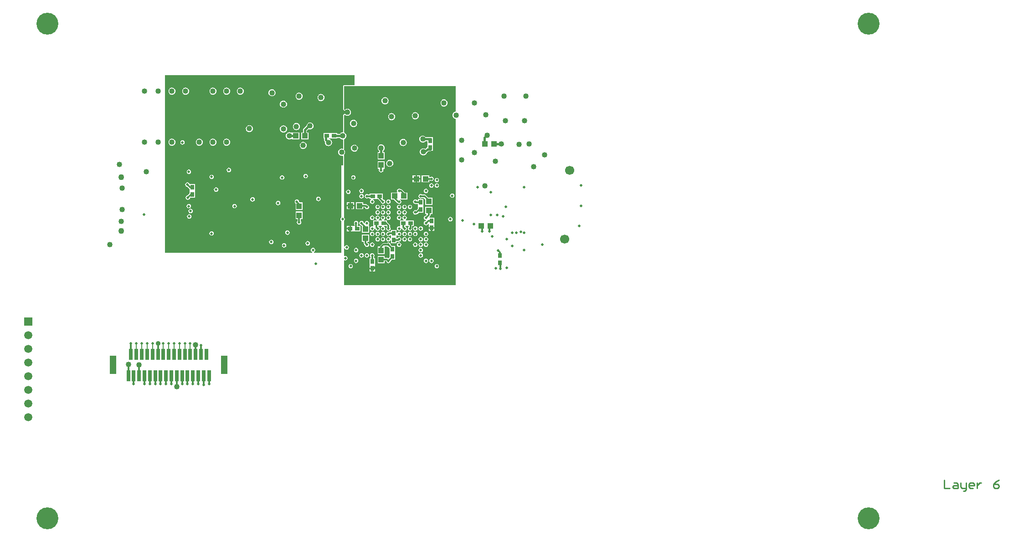
<source format=gbl>
%FSLAX24Y24*%
%MOIN*%
G70*
G01*
G75*
G04 Layer_Physical_Order=6*
G04 Layer_Color=16711680*
%ADD10R,0.0394X0.0433*%
%ADD11C,0.0177*%
%ADD12R,0.0748X0.0197*%
%ADD13R,0.0197X0.0748*%
%ADD14R,0.0177X0.0669*%
%ADD15R,0.0177X0.0669*%
%ADD16R,0.0500X0.1449*%
%ADD17R,0.0787X0.0551*%
%ADD18R,0.1083X0.0394*%
%ADD19R,0.0945X0.0354*%
%ADD20R,0.0433X0.0394*%
%ADD21R,0.1024X0.0945*%
%ADD22R,0.0630X0.0709*%
%ADD23R,0.0945X0.1024*%
%ADD24R,0.1000X0.1400*%
%ADD25R,0.0300X0.0600*%
%ADD26R,0.0709X0.0630*%
%ADD27R,0.0630X0.0512*%
%ADD28C,0.0060*%
%ADD29C,0.0120*%
%ADD30C,0.0200*%
%ADD31C,0.0110*%
%ADD32C,0.0160*%
%ADD33C,0.0300*%
%ADD34C,0.0080*%
%ADD35C,0.0100*%
%ADD36R,0.0591X0.0591*%
%ADD37C,0.0591*%
%ADD38C,0.1600*%
%ADD39C,0.0433*%
%ADD40C,0.0669*%
%ADD41C,0.0200*%
%ADD42C,0.0400*%
%ADD43C,0.0350*%
%ADD44R,0.0276X0.0354*%
%ADD45R,0.0354X0.0276*%
%ADD46R,0.0276X0.0787*%
%ADD47R,0.0512X0.1339*%
G36*
X46850Y57564D02*
X46810Y57559D01*
X46746Y57533D01*
X46692Y57491D01*
X46650Y57437D01*
X46624Y57373D01*
X46615Y57306D01*
X46624Y57238D01*
X46650Y57174D01*
X46692Y57120D01*
X46746Y57078D01*
X46810Y57052D01*
X46850Y57047D01*
Y44882D01*
X38681D01*
Y46667D01*
X38720Y46699D01*
X38780Y46687D01*
X38842Y46700D01*
X38895Y46735D01*
X38930Y46788D01*
X38943Y46850D01*
X38930Y46913D01*
X38895Y46966D01*
X38842Y47001D01*
X38780Y47014D01*
X38720Y47002D01*
X38681Y47033D01*
Y47558D01*
X38729Y47573D01*
X38763Y47522D01*
X38816Y47487D01*
X38878Y47475D01*
X38940Y47487D01*
X38993Y47522D01*
X39029Y47575D01*
X39041Y47638D01*
X39029Y47700D01*
X38993Y47753D01*
X38940Y47789D01*
X38878Y47801D01*
X38816Y47789D01*
X38763Y47753D01*
X38729Y47703D01*
X38681Y47717D01*
Y49578D01*
X38698Y49589D01*
X38733Y49642D01*
X38746Y49705D01*
X38733Y49767D01*
X38698Y49820D01*
X38681Y49831D01*
Y54405D01*
X38693Y54415D01*
X38735Y54469D01*
X38761Y54532D01*
X38770Y54600D01*
X38761Y54668D01*
X38735Y54731D01*
X38693Y54785D01*
X38681Y54795D01*
Y55556D01*
X38721Y55573D01*
X38775Y55615D01*
X38817Y55669D01*
X38843Y55732D01*
X38852Y55800D01*
X38843Y55868D01*
X38817Y55931D01*
X38775Y55985D01*
X38721Y56027D01*
X38681Y56044D01*
Y57302D01*
X38681Y57302D01*
X38685Y57310D01*
X38685Y57312D01*
X38685Y57312D01*
X38686Y57313D01*
X38686Y57313D01*
X38686Y57313D01*
X38690Y57321D01*
X38690Y57321D01*
X38710Y57339D01*
X38718Y57341D01*
X38720Y57343D01*
D01*
X38720Y57343D01*
X38720Y57343D01*
D01*
X38720Y57343D01*
Y57343D01*
X38720Y57343D01*
D01*
D01*
D01*
D01*
X38723Y57341D01*
X38723Y57341D01*
X38732Y57344D01*
X38733Y57343D01*
D01*
X38733Y57343D01*
X38733Y57343D01*
X38733Y57343D01*
X38733Y57343D01*
X38734Y57343D01*
X38734Y57343D01*
X38734D01*
X38734Y57343D01*
X38735Y57343D01*
X38737Y57341D01*
X38738Y57341D01*
X38740Y57340D01*
X38740Y57340D01*
X38741Y57340D01*
X38741Y57340D01*
X38741Y57340D01*
X38741D01*
X38741Y57340D01*
X38742Y57340D01*
X38742Y57339D01*
X38743Y57339D01*
X38744Y57339D01*
X38744Y57339D01*
X38744Y57339D01*
X38744D01*
X38744D01*
X38744Y57339D01*
X38746Y57339D01*
X38747Y57337D01*
X38747Y57337D01*
X38747Y57337D01*
X38750Y57337D01*
X38752Y57336D01*
X38756Y57333D01*
X38756D01*
X38796Y57302D01*
X38804Y57299D01*
D01*
X38814Y57295D01*
X38817Y57294D01*
X38817Y57294D01*
X38851Y57279D01*
X38851D01*
X38859Y57276D01*
X38868Y57275D01*
X38868Y57275D01*
X38919Y57268D01*
X38919D01*
X38927Y57267D01*
X38936Y57268D01*
X38936Y57268D01*
X38961Y57272D01*
Y57272D01*
X38961Y57272D01*
X38961D01*
D01*
D01*
X38961D01*
Y57272D01*
D01*
D01*
D01*
D01*
D01*
D01*
X38980Y57274D01*
Y57274D01*
D01*
D01*
D01*
D01*
Y57274D01*
X38980D01*
X38980D01*
D01*
D01*
D01*
D01*
D01*
X38980D01*
X38980D01*
D01*
D01*
D01*
X38980Y57274D01*
D01*
D01*
D01*
X38980D01*
D01*
Y57274D01*
D01*
D01*
X38987Y57275D01*
X38987D01*
X38995Y57276D01*
X39003Y57279D01*
X39003D01*
X39027Y57289D01*
X39027D01*
X39050Y57299D01*
X39050Y57299D01*
X39058Y57302D01*
X39065Y57308D01*
X39065D01*
X39106Y57339D01*
X39106Y57339D01*
X39113Y57344D01*
X39118Y57351D01*
D01*
X39118Y57351D01*
D01*
X39118Y57351D01*
X39118D01*
X39142Y57383D01*
Y57383D01*
X39143Y57384D01*
X39147Y57389D01*
Y57389D01*
X39154Y57398D01*
X39158Y57406D01*
D01*
X39158D01*
D01*
D01*
D01*
X39158D01*
Y57406D01*
D01*
D01*
D01*
X39158Y57406D01*
D01*
D01*
D01*
D01*
Y57406D01*
X39158D01*
D01*
D01*
D01*
X39163Y57420D01*
X39163Y57420D01*
X39163D01*
X39177Y57454D01*
Y57454D01*
X39180Y57462D01*
X39182Y57470D01*
X39182Y57470D01*
X39182Y57470D01*
Y57470D01*
X39182Y57470D01*
X39188Y57521D01*
Y57521D01*
X39189Y57530D01*
X39188Y57538D01*
X39188Y57538D01*
X39186Y57555D01*
X39186Y57555D01*
X39186Y57555D01*
X39186Y57555D01*
X39186Y57555D01*
X39186Y57555D01*
X39185Y57562D01*
Y57562D01*
X39185Y57562D01*
Y57562D01*
X39185Y57563D01*
D01*
D01*
D01*
X39185D01*
D01*
D01*
D01*
D01*
D01*
D01*
D01*
D01*
Y57563D01*
D01*
D01*
D01*
D01*
D01*
Y57563D01*
D01*
D01*
D01*
D01*
D01*
D01*
D01*
D01*
D01*
D01*
D01*
D01*
X39185Y57563D01*
D01*
D01*
D01*
D01*
Y57563D01*
D01*
D01*
D01*
D01*
D01*
Y57563D01*
D01*
D01*
D01*
D01*
D01*
X39185Y57564D01*
X39182Y57587D01*
X39180Y57597D01*
X39177Y57605D01*
Y57605D01*
X39176Y57608D01*
D01*
D01*
X39176D01*
X39176Y57608D01*
X39176D01*
D01*
D01*
D01*
D01*
D01*
D01*
D01*
D01*
D01*
D01*
D01*
D01*
D01*
D01*
D01*
D01*
D01*
D01*
Y57608D01*
D01*
X39176Y57608D01*
X39176Y57608D01*
X39176Y57608D01*
X39176Y57608D01*
X39176Y57608D01*
X39176Y57608D01*
D01*
D01*
D01*
D01*
D01*
D01*
D01*
D01*
D01*
X39176Y57609D01*
X39176Y57609D01*
X39176Y57609D01*
X39174Y57613D01*
X39173Y57615D01*
D01*
D01*
X39173Y57615D01*
X39172Y57618D01*
X39172D01*
X39158Y57653D01*
X39158D01*
D01*
D01*
D01*
Y57653D01*
X39158D01*
D01*
X39158D01*
D01*
D01*
D01*
X39154Y57661D01*
X39113Y57715D01*
X39058Y57757D01*
X39050Y57760D01*
X39050Y57760D01*
X39037Y57766D01*
X39037Y57766D01*
X39003Y57780D01*
X39003D01*
X38995Y57783D01*
X38987Y57784D01*
X38987Y57784D01*
X38987D01*
X38987Y57784D01*
X38936Y57791D01*
X38936D01*
X38936D01*
Y57791D01*
Y57791D01*
X38936Y57791D01*
D01*
D01*
D01*
D01*
X38936Y57791D01*
D01*
D01*
D01*
X38927Y57792D01*
X38919Y57791D01*
X38919D01*
X38919Y57791D01*
X38919Y57791D01*
X38878Y57785D01*
D01*
X38872Y57784D01*
X38872D01*
X38868Y57784D01*
D01*
X38859Y57783D01*
X38796Y57757D01*
X38789Y57751D01*
X38789D01*
X38753Y57724D01*
X38753D01*
X38743Y57716D01*
X38743Y57716D01*
X38731Y57715D01*
X38731Y57715D01*
X38731D01*
X38729Y57714D01*
D01*
D01*
D01*
D01*
D01*
D01*
D01*
D01*
X38729Y57714D01*
D01*
X38729D01*
X38729Y57714D01*
X38729Y57714D01*
X38722Y57716D01*
Y57716D01*
D01*
D01*
Y57716D01*
X38722D01*
D01*
X38722D01*
D01*
X38722D01*
X38722D01*
X38722D01*
D01*
D01*
X38722D01*
Y57716D01*
D01*
D01*
D01*
D01*
D01*
D01*
X38720Y57716D01*
X38685Y57749D01*
X38685Y57749D01*
X38685Y57749D01*
X38685Y57749D01*
D01*
X38681Y57757D01*
Y59436D01*
X38681Y59436D01*
X38684Y59437D01*
X38693Y59446D01*
X38694Y59449D01*
Y59449D01*
X38694Y59449D01*
X46850D01*
Y57564D01*
D02*
G37*
G36*
X39469Y59514D02*
X38694D01*
X38682Y59509D01*
X38669Y59509D01*
X38669Y59509D01*
X38660Y59500D01*
X38648Y59495D01*
D01*
X38648Y59495D01*
X38648Y59495D01*
X38647Y59492D01*
X38638Y59483D01*
X38638Y59483D01*
X38635Y59482D01*
X38630Y59470D01*
X38630Y59470D01*
X38621Y59461D01*
Y59461D01*
X38621Y59461D01*
X38621Y59461D01*
Y59448D01*
X38616Y59436D01*
Y57757D01*
X38620Y57748D01*
X38620Y57748D01*
X38622Y57743D01*
X38622Y57741D01*
X38621Y57737D01*
X38622Y57735D01*
X38623Y57729D01*
X38626Y57722D01*
Y57722D01*
X38626Y57722D01*
X38626Y57721D01*
X38630Y57718D01*
X38631Y57713D01*
X38631Y57713D01*
X38636Y57710D01*
X38639Y57703D01*
X38640Y57703D01*
X38640Y57702D01*
X38675Y57669D01*
X38676Y57669D01*
X38676Y57668D01*
X38680Y57667D01*
X38680Y57666D01*
X38682Y57666D01*
X38683Y57665D01*
X38683Y57665D01*
X38684Y57664D01*
X38685Y57663D01*
X38685Y57663D01*
X38685Y57663D01*
X38687Y57662D01*
X38688Y57661D01*
X38692Y57660D01*
X38695Y57657D01*
X38695Y57657D01*
X38695D01*
X38695Y57657D01*
X38698Y57657D01*
X38698Y57657D01*
X38698Y57657D01*
X38700Y57655D01*
X38708Y57652D01*
X38710Y57653D01*
X38711Y57651D01*
X38713Y57652D01*
X38714Y57651D01*
X38715Y57651D01*
X38717Y57650D01*
X38723Y57651D01*
X38729Y57649D01*
X38731Y57650D01*
X38733Y57649D01*
X38733Y57649D01*
X38733Y57649D01*
X38734Y57649D01*
X38735Y57649D01*
X38738Y57650D01*
X38738Y57650D01*
X38738Y57650D01*
X38738Y57650D01*
X38739Y57650D01*
X38741Y57650D01*
X38741Y57650D01*
X38742Y57650D01*
X38743Y57651D01*
X38750Y57652D01*
X38755Y57654D01*
X38760Y57653D01*
X38760Y57653D01*
X38770Y57661D01*
X38770D01*
X38770D01*
X38770Y57661D01*
X38783Y57665D01*
X38793Y57672D01*
X38829Y57700D01*
X38829D01*
X38829Y57700D01*
X38876Y57720D01*
X38876Y57720D01*
X38880Y57720D01*
X38880Y57720D01*
X38887Y57721D01*
Y57721D01*
D01*
D01*
D01*
Y57721D01*
X38887Y57721D01*
X38887Y57721D01*
D01*
D01*
D01*
D01*
D01*
D01*
D01*
X38887D01*
D01*
X38887D01*
Y57721D01*
D01*
Y57721D01*
D01*
X38927Y57726D01*
X38927Y57726D01*
X38927D01*
D01*
D01*
X38927D01*
Y57726D01*
D01*
D01*
X38927Y57726D01*
X38927D01*
X38927D01*
X38978Y57720D01*
X38978D01*
X38978Y57720D01*
X38978D01*
X39012Y57706D01*
X39012Y57706D01*
X39026Y57700D01*
D01*
X39066Y57669D01*
X39098Y57628D01*
X39112Y57593D01*
D01*
X39113Y57590D01*
X39113Y57590D01*
X39114Y57588D01*
X39114Y57588D01*
Y57588D01*
X39116Y57584D01*
X39116Y57584D01*
X39116Y57584D01*
D01*
X39116Y57584D01*
X39116Y57583D01*
Y57583D01*
X39116Y57583D01*
D01*
X39116Y57583D01*
X39116Y57583D01*
Y57583D01*
X39116Y57583D01*
Y57583D01*
X39116Y57583D01*
Y57583D01*
X39117Y57580D01*
X39117Y57580D01*
Y57580D01*
X39117Y57580D01*
X39117Y57579D01*
X39117Y57579D01*
X39117Y57579D01*
X39121Y57555D01*
X39121Y57555D01*
X39121Y57555D01*
X39121Y57554D01*
X39121Y57554D01*
X39121Y57554D01*
X39122Y57547D01*
X39122Y57547D01*
X39122Y57547D01*
X39122Y57547D01*
X39122Y57546D01*
X39122Y57546D01*
X39122Y57546D01*
X39124Y57530D01*
X39124Y57530D01*
X39124Y57530D01*
X39124Y57530D01*
X39117Y57479D01*
Y57479D01*
X39117Y57479D01*
Y57479D01*
X39117Y57479D01*
Y57479D01*
X39103Y57445D01*
X39103Y57445D01*
X39098Y57431D01*
Y57431D01*
X39096Y57429D01*
X39096Y57429D01*
X39091Y57423D01*
X39091Y57423D01*
X39091Y57423D01*
X39091Y57422D01*
Y57422D01*
X39066Y57390D01*
D01*
X39066Y57390D01*
X39066Y57390D01*
X39026Y57359D01*
X39026D01*
X39026Y57359D01*
D01*
X39002Y57349D01*
X39002D01*
X38978Y57339D01*
X38978D01*
X38978Y57339D01*
X38972Y57339D01*
X38972D01*
X38972D01*
X38972Y57339D01*
X38972Y57339D01*
X38972Y57339D01*
X38953Y57336D01*
X38953Y57336D01*
X38953Y57336D01*
X38927Y57333D01*
X38927Y57333D01*
X38927Y57333D01*
X38927Y57333D01*
X38876Y57339D01*
Y57339D01*
D01*
X38876D01*
D01*
D01*
D01*
D01*
D01*
D01*
Y57339D01*
D01*
X38876D01*
X38876Y57339D01*
D01*
D01*
X38876D01*
X38876Y57340D01*
D01*
D01*
D01*
D01*
D01*
D01*
D01*
D01*
D01*
D01*
D01*
D01*
D01*
X38876D01*
D01*
D01*
D01*
D01*
D01*
D01*
D01*
D01*
X38876D01*
D01*
D01*
D01*
D01*
Y57339D01*
D01*
D01*
D01*
D01*
X38842Y57354D01*
Y57354D01*
D01*
D01*
D01*
D01*
D01*
D01*
D01*
D01*
D01*
D01*
D01*
D01*
D01*
D01*
D01*
D01*
D01*
D01*
Y57354D01*
X38842D01*
D01*
D01*
D01*
D01*
D01*
D01*
X38842Y57354D01*
D01*
D01*
X38842D01*
D01*
D01*
D01*
D01*
D01*
D01*
D01*
X38842D01*
D01*
D01*
D01*
D01*
D01*
D01*
X38842D01*
D01*
D01*
D01*
D01*
D01*
D01*
Y57354D01*
D01*
D01*
D01*
D01*
D01*
D01*
D01*
D01*
D01*
D01*
X38839Y57355D01*
X38839Y57355D01*
X38829Y57359D01*
X38829Y57359D01*
X38795Y57385D01*
X38795D01*
X38792Y57388D01*
X38787Y57389D01*
X38787Y57389D01*
Y57389D01*
X38787Y57389D01*
X38785Y57390D01*
X38777Y57392D01*
X38777Y57393D01*
X38769Y57399D01*
X38769D01*
X38742Y57407D01*
X38742Y57407D01*
X38742D01*
X38740Y57408D01*
X38740Y57408D01*
X38740Y57408D01*
X38740Y57408D01*
X38740Y57408D01*
D01*
D01*
X38740D01*
X38740Y57408D01*
X38740Y57408D01*
D01*
D01*
D01*
D01*
D01*
D01*
D01*
X38740D01*
X38740D01*
D01*
X38739Y57408D01*
X38739Y57407D01*
X38738Y57408D01*
X38736Y57407D01*
X38734Y57408D01*
X38729Y57406D01*
X38727Y57407D01*
X38727Y57407D01*
X38727Y57407D01*
X38725Y57407D01*
X38723Y57408D01*
X38723Y57408D01*
X38718Y57406D01*
X38714Y57406D01*
X38714D01*
X38714D01*
Y57406D01*
Y57406D01*
X38714Y57406D01*
D01*
Y57406D01*
X38714D01*
D01*
D01*
D01*
X38714D01*
X38713Y57406D01*
X38709Y57407D01*
X38707Y57405D01*
X38704Y57406D01*
X38703Y57405D01*
X38702Y57405D01*
X38700Y57404D01*
X38700Y57404D01*
X38698Y57404D01*
X38697Y57403D01*
X38692Y57401D01*
X38689Y57399D01*
X38687Y57399D01*
X38687Y57399D01*
X38687Y57399D01*
X38687Y57399D01*
X38686Y57398D01*
X38686Y57398D01*
X38686Y57398D01*
X38686Y57398D01*
X38686Y57398D01*
X38683Y57395D01*
X38683Y57395D01*
X38679Y57393D01*
X38678Y57392D01*
X38677Y57391D01*
X38676Y57391D01*
X38676Y57391D01*
X38676D01*
X38676Y57391D01*
X38667Y57387D01*
X38646Y57369D01*
X38645Y57368D01*
X38644Y57367D01*
X38644Y57367D01*
X38640Y57359D01*
X38640Y57359D01*
X38640Y57359D01*
X38640Y57359D01*
X38639Y57358D01*
X38637Y57354D01*
X38630Y57346D01*
X38626Y57338D01*
X38626Y57338D01*
X38626Y57338D01*
Y57338D01*
X38625Y57336D01*
X38625Y57336D01*
Y57335D01*
X38623Y57330D01*
X38622Y57319D01*
X38620Y57315D01*
X38620Y57313D01*
X38616Y57306D01*
Y57306D01*
X38617Y57304D01*
X38616Y57302D01*
Y56085D01*
X38590Y56062D01*
X38522Y56053D01*
X38459Y56027D01*
X38404Y55985D01*
X38372Y55943D01*
X38176D01*
Y55998D01*
X37701D01*
D01*
D01*
X37701Y55998D01*
X37664D01*
Y55998D01*
X37189D01*
Y55602D01*
X37205D01*
Y55516D01*
X37205Y55516D01*
X37216Y55462D01*
X37247Y55415D01*
X37294Y55368D01*
X37287Y55315D01*
X37296Y55247D01*
X37322Y55184D01*
X37364Y55130D01*
X37418Y55088D01*
X37481Y55062D01*
X37549Y55053D01*
X37617Y55062D01*
X37680Y55088D01*
X37735Y55130D01*
X37776Y55184D01*
X37803Y55247D01*
X37811Y55315D01*
X37803Y55383D01*
X37776Y55446D01*
X37735Y55500D01*
X37680Y55542D01*
X37617Y55568D01*
X37549Y55577D01*
X37574Y55602D01*
X37664D01*
Y55602D01*
X37664D01*
X37664Y55602D01*
X37701D01*
Y55602D01*
X38176D01*
Y55657D01*
X38372D01*
X38404Y55615D01*
X38459Y55573D01*
X38522Y55547D01*
X38590Y55538D01*
X38616Y55515D01*
Y54881D01*
X38575Y54853D01*
X38507Y54862D01*
X38440Y54853D01*
X38376Y54827D01*
X38322Y54785D01*
X38280Y54731D01*
X38254Y54668D01*
X38245Y54600D01*
X38254Y54532D01*
X38280Y54469D01*
X38322Y54415D01*
X38376Y54373D01*
X38440Y54347D01*
X38507Y54338D01*
X38575Y54347D01*
X38616Y54319D01*
Y53642D01*
X38484D01*
Y49831D01*
X38467Y49820D01*
X38432Y49767D01*
X38420Y49705D01*
X38432Y49642D01*
X38467Y49589D01*
X38484Y49578D01*
Y47244D01*
X36497D01*
X36482Y47292D01*
X36533Y47326D01*
X36568Y47379D01*
X36580Y47441D01*
X36568Y47503D01*
X36533Y47556D01*
X36480Y47592D01*
X36417Y47604D01*
X36355Y47592D01*
X36302Y47556D01*
X36267Y47503D01*
X36254Y47441D01*
X36267Y47379D01*
X36302Y47326D01*
X36352Y47292D01*
X36338Y47244D01*
X25591D01*
Y60236D01*
X39469D01*
Y59514D01*
D02*
G37*
%LPC*%
G36*
X45139Y50612D02*
X44625D01*
Y50059D01*
X44702D01*
X44721Y50013D01*
X44673Y49964D01*
X44623Y49954D01*
X44570Y49918D01*
X44534Y49866D01*
X44522Y49803D01*
X44534Y49741D01*
X44570Y49688D01*
X44623Y49652D01*
X44681Y49641D01*
X44690Y49611D01*
X44664Y49568D01*
X44623Y49560D01*
X44570Y49525D01*
X44534Y49472D01*
X44522Y49409D01*
X44534Y49347D01*
X44570Y49294D01*
X44623Y49259D01*
X44685Y49246D01*
X44747Y49259D01*
X44800Y49294D01*
X44833Y49343D01*
X44881Y49329D01*
Y49311D01*
X44881D01*
Y49124D01*
X45277D01*
Y49311D01*
D01*
Y49311D01*
X45277Y49311D01*
Y49349D01*
X45277D01*
Y49823D01*
X44943D01*
X44924Y49869D01*
X44968Y49913D01*
X44995Y49953D01*
X45004Y50000D01*
Y50059D01*
X45139D01*
Y50612D01*
D02*
G37*
G36*
X44291Y49179D02*
X44229Y49166D01*
X44176Y49131D01*
X44141Y49078D01*
X44128Y49016D01*
X44141Y48953D01*
X44176Y48900D01*
X44229Y48865D01*
X44291Y48853D01*
X44354Y48865D01*
X44407Y48900D01*
X44442Y48953D01*
X44454Y49016D01*
X44442Y49078D01*
X44407Y49131D01*
X44354Y49166D01*
X44291Y49179D01*
D02*
G37*
G36*
X39083Y49214D02*
X38896D01*
Y49066D01*
X39083D01*
Y49214D01*
D02*
G37*
G36*
X46457Y49868D02*
X46394Y49855D01*
X46341Y49820D01*
X46306Y49767D01*
X46294Y49705D01*
X46306Y49642D01*
X46341Y49589D01*
X46394Y49554D01*
X46457Y49542D01*
X46519Y49554D01*
X46572Y49589D01*
X46607Y49642D01*
X46620Y49705D01*
X46607Y49767D01*
X46572Y49820D01*
X46519Y49855D01*
X46457Y49868D01*
D02*
G37*
G36*
X41535Y49966D02*
X41473Y49954D01*
X41420Y49918D01*
X41385Y49866D01*
X41372Y49803D01*
X41385Y49741D01*
X41420Y49688D01*
X41473Y49652D01*
X41498Y49648D01*
X41493Y49598D01*
X41336D01*
D01*
D01*
X41336Y49598D01*
X41299D01*
Y49598D01*
X41185D01*
X41180Y49648D01*
X41204Y49652D01*
X41257Y49688D01*
X41292Y49741D01*
X41305Y49803D01*
X41292Y49866D01*
X41257Y49918D01*
X41204Y49954D01*
X41142Y49966D01*
X41079Y49954D01*
X41026Y49918D01*
X40991Y49866D01*
X40979Y49803D01*
X40991Y49741D01*
X41026Y49688D01*
X41079Y49652D01*
X41104Y49648D01*
X41099Y49598D01*
X40824D01*
Y49203D01*
X40786Y49171D01*
X40748Y49179D01*
X40686Y49166D01*
X40633Y49131D01*
X40597Y49078D01*
X40585Y49016D01*
X40597Y48953D01*
X40633Y48900D01*
X40686Y48865D01*
X40748Y48853D01*
X40810Y48865D01*
X40863Y48900D01*
X40899Y48953D01*
X40911Y49016D01*
X40911Y49017D01*
X40957Y49036D01*
X40975Y49009D01*
X40981Y49003D01*
X40991Y48953D01*
X41026Y48900D01*
X41079Y48865D01*
X41142Y48853D01*
X41204Y48865D01*
X41257Y48900D01*
X41292Y48953D01*
X41305Y49016D01*
X41292Y49078D01*
X41257Y49131D01*
X41204Y49166D01*
X41184Y49170D01*
Y49202D01*
X41299D01*
D01*
Y49202D01*
X41299D01*
X41299Y49202D01*
X41336D01*
Y49202D01*
X41440D01*
X41455Y49154D01*
X41420Y49131D01*
X41385Y49078D01*
X41372Y49016D01*
X41385Y48953D01*
X41420Y48900D01*
X41473Y48865D01*
X41535Y48853D01*
X41598Y48865D01*
X41651Y48900D01*
X41686Y48953D01*
X41699Y49016D01*
X41686Y49078D01*
X41651Y49131D01*
X41616Y49154D01*
X41631Y49202D01*
X41783D01*
X41807Y49179D01*
Y49121D01*
X41778Y49078D01*
X41766Y49016D01*
X41778Y48953D01*
X41814Y48900D01*
X41867Y48865D01*
X41929Y48853D01*
X41992Y48865D01*
X42044Y48900D01*
X42080Y48953D01*
X42092Y49016D01*
X42080Y49078D01*
X42051Y49121D01*
Y49230D01*
X42042Y49276D01*
X42016Y49316D01*
X41845Y49487D01*
X41811Y49510D01*
Y49598D01*
X41578D01*
X41573Y49648D01*
X41598Y49652D01*
X41651Y49688D01*
X41686Y49741D01*
X41699Y49803D01*
X41686Y49866D01*
X41651Y49918D01*
X41598Y49954D01*
X41535Y49966D01*
D02*
G37*
G36*
X35657Y50259D02*
X35143D01*
Y49706D01*
X35278D01*
Y49580D01*
X35249Y49537D01*
X35237Y49475D01*
X35249Y49412D01*
X35285Y49359D01*
X35338Y49324D01*
X35400Y49312D01*
X35462Y49324D01*
X35515Y49359D01*
X35551Y49412D01*
X35563Y49475D01*
X35551Y49537D01*
X35522Y49580D01*
Y49706D01*
X35657D01*
Y50259D01*
D02*
G37*
G36*
X40354Y49573D02*
X40292Y49560D01*
X40239Y49525D01*
X40204Y49472D01*
X40192Y49413D01*
X40163Y49405D01*
X40120Y49430D01*
X40111Y49472D01*
X40076Y49525D01*
X40023Y49560D01*
X39961Y49573D01*
X39898Y49560D01*
X39845Y49525D01*
X39810Y49472D01*
X39797Y49409D01*
X39810Y49347D01*
X39845Y49294D01*
X39894Y49261D01*
X39894Y49260D01*
X39894D01*
X39894Y49260D01*
D01*
X39893Y49259D01*
X39880Y49214D01*
D01*
D01*
X39880Y49214D01*
X39689D01*
Y49305D01*
X39718Y49347D01*
X39730Y49409D01*
X39718Y49472D01*
X39682Y49525D01*
X39629Y49560D01*
X39567Y49573D01*
X39504Y49560D01*
X39452Y49525D01*
X39416Y49472D01*
X39404Y49409D01*
X39416Y49347D01*
X39445Y49305D01*
Y49214D01*
X39408Y49214D01*
D01*
X39370D01*
Y49214D01*
X39183D01*
Y49016D01*
Y48818D01*
X39370D01*
D01*
Y48818D01*
X39370D01*
X39370Y48818D01*
X39408D01*
Y48818D01*
X39882D01*
Y49213D01*
X39882D01*
Y49214D01*
D01*
D01*
X39882D01*
Y49214D01*
D01*
X39888Y49230D01*
X39927Y49253D01*
X39948Y49249D01*
X39999Y49198D01*
Y48699D01*
X40513D01*
Y49252D01*
X40498D01*
X40483Y49273D01*
X40471Y49296D01*
X40505Y49347D01*
X40517Y49409D01*
X40505Y49472D01*
X40470Y49525D01*
X40417Y49560D01*
X40354Y49573D01*
D02*
G37*
G36*
X43898Y49179D02*
X43835Y49166D01*
X43782Y49131D01*
X43747Y49078D01*
X43734Y49016D01*
X43747Y48953D01*
X43782Y48900D01*
X43835Y48865D01*
X43898Y48853D01*
X43960Y48865D01*
X44013Y48900D01*
X44048Y48953D01*
X44061Y49016D01*
X44048Y49078D01*
X44013Y49131D01*
X43960Y49166D01*
X43898Y49179D01*
D02*
G37*
G36*
X44685Y48785D02*
X44623Y48773D01*
X44570Y48737D01*
X44534Y48684D01*
X44522Y48622D01*
X44534Y48560D01*
X44570Y48507D01*
X44623Y48471D01*
X44685Y48459D01*
X44747Y48471D01*
X44800Y48507D01*
X44836Y48560D01*
X44848Y48622D01*
X44836Y48684D01*
X44800Y48737D01*
X44747Y48773D01*
X44685Y48785D01*
D02*
G37*
G36*
X29000Y48821D02*
X28938Y48808D01*
X28885Y48773D01*
X28849Y48720D01*
X28837Y48657D01*
X28849Y48595D01*
X28885Y48542D01*
X28938Y48507D01*
X29000Y48494D01*
X29062Y48507D01*
X29115Y48542D01*
X29151Y48595D01*
X29163Y48657D01*
X29151Y48720D01*
X29115Y48773D01*
X29062Y48808D01*
X29000Y48821D01*
D02*
G37*
G36*
X43504Y48785D02*
X43442Y48773D01*
X43389Y48737D01*
X43353Y48684D01*
X43341Y48622D01*
X43353Y48560D01*
X43389Y48507D01*
X43442Y48471D01*
X43504Y48459D01*
X43566Y48471D01*
X43619Y48507D01*
X43655Y48560D01*
X43667Y48622D01*
X43655Y48684D01*
X43619Y48737D01*
X43566Y48773D01*
X43504Y48785D01*
D02*
G37*
G36*
X43898D02*
X43835Y48773D01*
X43782Y48737D01*
X43747Y48684D01*
X43734Y48622D01*
X43747Y48560D01*
X43782Y48507D01*
X43835Y48471D01*
X43898Y48459D01*
X43960Y48471D01*
X44013Y48507D01*
X44048Y48560D01*
X44061Y48622D01*
X44048Y48684D01*
X44013Y48737D01*
X43960Y48773D01*
X43898Y48785D01*
D02*
G37*
G36*
X45029Y49024D02*
X44881D01*
Y48837D01*
X45029D01*
Y49024D01*
D02*
G37*
G36*
X45277D02*
X45129D01*
Y48837D01*
X45277D01*
Y49024D01*
D02*
G37*
G36*
X34547Y48884D02*
X34485Y48871D01*
X34432Y48836D01*
X34397Y48783D01*
X34384Y48720D01*
X34397Y48658D01*
X34432Y48605D01*
X34485Y48570D01*
X34547Y48557D01*
X34610Y48570D01*
X34663Y48605D01*
X34698Y48658D01*
X34710Y48720D01*
X34698Y48783D01*
X34663Y48836D01*
X34610Y48871D01*
X34547Y48884D01*
D02*
G37*
G36*
X39083Y48966D02*
X38896D01*
Y48818D01*
X39083D01*
Y48966D01*
D02*
G37*
G36*
X43110Y49966D02*
X43048Y49954D01*
X42995Y49918D01*
X42960Y49866D01*
X42947Y49803D01*
X42960Y49741D01*
X42995Y49688D01*
X43044Y49655D01*
X43029Y49607D01*
X42826D01*
X42790Y49633D01*
X42784Y49652D01*
X42783Y49654D01*
D01*
X42783Y49654D01*
X42783D01*
X42783Y49655D01*
X42832Y49688D01*
X42867Y49741D01*
X42880Y49803D01*
X42867Y49866D01*
X42832Y49918D01*
X42779Y49954D01*
X42717Y49966D01*
X42654Y49954D01*
X42601Y49918D01*
X42566Y49866D01*
X42553Y49803D01*
X42566Y49741D01*
X42601Y49688D01*
X42654Y49652D01*
X42717Y49640D01*
X42750Y49647D01*
X42789Y49623D01*
X42793Y49613D01*
X42795Y49607D01*
X42795D01*
D01*
D01*
D01*
Y49606D01*
X42795D01*
Y49212D01*
X42795D01*
X42779Y49166D01*
X42717Y49179D01*
X42654Y49166D01*
X42601Y49131D01*
X42566Y49078D01*
X42553Y49016D01*
X42566Y48953D01*
X42601Y48900D01*
X42654Y48865D01*
X42717Y48853D01*
X42779Y48865D01*
X42832Y48900D01*
X42867Y48953D01*
X42880Y49016D01*
X42879Y49019D01*
X42925Y49038D01*
X42946Y49007D01*
X42950Y49003D01*
X42960Y48953D01*
X42995Y48900D01*
X43048Y48865D01*
X43110Y48853D01*
X43173Y48865D01*
X43226Y48900D01*
X43261Y48953D01*
X43273Y49016D01*
X43261Y49078D01*
X43226Y49131D01*
X43173Y49166D01*
X43154Y49170D01*
Y49212D01*
X43269D01*
D01*
Y49212D01*
X43269D01*
X43269Y49212D01*
X43307D01*
Y49212D01*
X43422D01*
Y49153D01*
X43389Y49131D01*
X43353Y49078D01*
X43341Y49016D01*
X43353Y48953D01*
X43389Y48900D01*
X43442Y48865D01*
X43504Y48853D01*
X43566Y48865D01*
X43619Y48900D01*
X43655Y48953D01*
X43667Y49016D01*
X43663Y49038D01*
X43666Y49056D01*
Y49212D01*
X43781D01*
Y49607D01*
X43307D01*
D01*
D01*
X43307Y49607D01*
X43269D01*
Y49607D01*
X43191D01*
X43177Y49655D01*
X43226Y49688D01*
X43261Y49741D01*
X43273Y49803D01*
X43261Y49866D01*
X43226Y49918D01*
X43173Y49954D01*
X43110Y49966D01*
D02*
G37*
G36*
X40099Y50946D02*
X39546D01*
Y50432D01*
X40099D01*
Y50567D01*
X40196D01*
X40204Y50528D01*
X40239Y50475D01*
X40292Y50440D01*
X40354Y50427D01*
X40417Y50440D01*
X40470Y50475D01*
X40505Y50528D01*
X40517Y50591D01*
X40505Y50653D01*
X40470Y50706D01*
X40417Y50741D01*
X40367Y50751D01*
X40342Y50775D01*
X40303Y50802D01*
X40256Y50811D01*
X40099D01*
Y50946D01*
D02*
G37*
G36*
X41142Y50754D02*
X41079Y50741D01*
X41026Y50706D01*
X40991Y50653D01*
X40979Y50591D01*
X40991Y50528D01*
X41026Y50475D01*
X41079Y50440D01*
X41142Y50427D01*
X41204Y50440D01*
X41257Y50475D01*
X41292Y50528D01*
X41305Y50591D01*
X41292Y50653D01*
X41257Y50706D01*
X41204Y50741D01*
X41142Y50754D01*
D02*
G37*
G36*
X27461Y50458D02*
X27398Y50446D01*
X27345Y50411D01*
X27310Y50358D01*
X27297Y50295D01*
X27310Y50233D01*
X27345Y50180D01*
X27398Y50145D01*
X27461Y50132D01*
X27523Y50145D01*
X27576Y50180D01*
X27611Y50233D01*
X27624Y50295D01*
X27611Y50358D01*
X27576Y50411D01*
X27523Y50446D01*
X27461Y50458D01*
D02*
G37*
G36*
X35236Y51147D02*
X35174Y51135D01*
X35121Y51100D01*
X35085Y51047D01*
X35073Y50984D01*
X35085Y50922D01*
X35121Y50869D01*
X35143Y50854D01*
Y50376D01*
X35657D01*
Y50929D01*
X35465D01*
X35397Y50997D01*
X35387Y51047D01*
X35352Y51100D01*
X35299Y51135D01*
X35236Y51147D01*
D02*
G37*
G36*
X42717Y50754D02*
X42654Y50741D01*
X42601Y50706D01*
X42566Y50653D01*
X42553Y50591D01*
X42566Y50528D01*
X42601Y50475D01*
X42654Y50440D01*
X42717Y50427D01*
X42779Y50440D01*
X42832Y50475D01*
X42867Y50528D01*
X42880Y50591D01*
X42867Y50653D01*
X42832Y50706D01*
X42779Y50741D01*
X42717Y50754D01*
D02*
G37*
G36*
X43110D02*
X43048Y50741D01*
X42995Y50706D01*
X42960Y50653D01*
X42947Y50591D01*
X42960Y50528D01*
X42995Y50475D01*
X43048Y50440D01*
X43110Y50427D01*
X43173Y50440D01*
X43226Y50475D01*
X43261Y50528D01*
X43273Y50591D01*
X43261Y50653D01*
X43226Y50706D01*
X43173Y50741D01*
X43110Y50754D01*
D02*
G37*
G36*
X41535D02*
X41473Y50741D01*
X41420Y50706D01*
X41385Y50653D01*
X41372Y50591D01*
X41385Y50528D01*
X41420Y50475D01*
X41473Y50440D01*
X41535Y50427D01*
X41598Y50440D01*
X41651Y50475D01*
X41686Y50528D01*
X41699Y50591D01*
X41686Y50653D01*
X41651Y50706D01*
X41598Y50741D01*
X41535Y50754D01*
D02*
G37*
G36*
X41929D02*
X41867Y50741D01*
X41814Y50706D01*
X41778Y50653D01*
X41766Y50591D01*
X41778Y50528D01*
X41814Y50475D01*
X41867Y50440D01*
X41929Y50427D01*
X41992Y50440D01*
X42044Y50475D01*
X42080Y50528D01*
X42092Y50591D01*
X42080Y50653D01*
X42044Y50706D01*
X41992Y50741D01*
X41929Y50754D01*
D02*
G37*
G36*
X27362Y50065D02*
X27300Y50052D01*
X27247Y50017D01*
X27211Y49964D01*
X27199Y49902D01*
X27211Y49839D01*
X27247Y49786D01*
X27300Y49751D01*
X27362Y49738D01*
X27425Y49751D01*
X27478Y49786D01*
X27513Y49839D01*
X27525Y49902D01*
X27513Y49964D01*
X27478Y50017D01*
X27425Y50052D01*
X27362Y50065D01*
D02*
G37*
G36*
X41142Y50360D02*
X41079Y50348D01*
X41026Y50312D01*
X40991Y50259D01*
X40979Y50197D01*
X40991Y50134D01*
X41026Y50082D01*
X41079Y50046D01*
X41142Y50034D01*
X41204Y50046D01*
X41257Y50082D01*
X41292Y50134D01*
X41305Y50197D01*
X41292Y50259D01*
X41257Y50312D01*
X41204Y50348D01*
X41142Y50360D01*
D02*
G37*
G36*
X40748Y49966D02*
X40686Y49954D01*
X40633Y49918D01*
X40597Y49866D01*
X40585Y49803D01*
X40597Y49741D01*
X40633Y49688D01*
X40686Y49652D01*
X40748Y49640D01*
X40810Y49652D01*
X40863Y49688D01*
X40899Y49741D01*
X40911Y49803D01*
X40899Y49866D01*
X40863Y49918D01*
X40810Y49954D01*
X40748Y49966D01*
D02*
G37*
G36*
X41929D02*
X41867Y49954D01*
X41814Y49918D01*
X41778Y49866D01*
X41766Y49803D01*
X41778Y49741D01*
X41814Y49688D01*
X41867Y49652D01*
X41929Y49640D01*
X41992Y49652D01*
X42044Y49688D01*
X42080Y49741D01*
X42092Y49803D01*
X42080Y49866D01*
X42044Y49918D01*
X41992Y49954D01*
X41929Y49966D01*
D02*
G37*
G36*
X42717Y50360D02*
X42654Y50348D01*
X42601Y50312D01*
X42566Y50259D01*
X42553Y50197D01*
X42566Y50134D01*
X42601Y50082D01*
X42654Y50046D01*
X42717Y50034D01*
X42779Y50046D01*
X42832Y50082D01*
X42867Y50134D01*
X42880Y50197D01*
X42867Y50259D01*
X42832Y50312D01*
X42779Y50348D01*
X42717Y50360D01*
D02*
G37*
G36*
X43110D02*
X43048Y50348D01*
X42995Y50312D01*
X42960Y50259D01*
X42947Y50197D01*
X42960Y50134D01*
X42995Y50082D01*
X43048Y50046D01*
X43110Y50034D01*
X43173Y50046D01*
X43226Y50082D01*
X43261Y50134D01*
X43273Y50197D01*
X43261Y50259D01*
X43226Y50312D01*
X43173Y50348D01*
X43110Y50360D01*
D02*
G37*
G36*
X41535D02*
X41473Y50348D01*
X41420Y50312D01*
X41385Y50259D01*
X41372Y50197D01*
X41385Y50134D01*
X41420Y50082D01*
X41473Y50046D01*
X41535Y50034D01*
X41598Y50046D01*
X41651Y50082D01*
X41686Y50134D01*
X41699Y50197D01*
X41686Y50259D01*
X41651Y50312D01*
X41598Y50348D01*
X41535Y50360D01*
D02*
G37*
G36*
X41929D02*
X41867Y50348D01*
X41814Y50312D01*
X41778Y50259D01*
X41766Y50197D01*
X41778Y50134D01*
X41814Y50082D01*
X41867Y50046D01*
X41929Y50034D01*
X41992Y50046D01*
X42044Y50082D01*
X42080Y50134D01*
X42092Y50197D01*
X42080Y50259D01*
X42044Y50312D01*
X41992Y50348D01*
X41929Y50360D01*
D02*
G37*
G36*
X43110Y48785D02*
X43048Y48773D01*
X42995Y48737D01*
X42960Y48684D01*
X42947Y48622D01*
X42960Y48560D01*
X42995Y48507D01*
X43048Y48471D01*
X43110Y48459D01*
X43173Y48471D01*
X43226Y48507D01*
X43261Y48560D01*
X43273Y48622D01*
X43261Y48684D01*
X43226Y48737D01*
X43173Y48773D01*
X43110Y48785D01*
D02*
G37*
G36*
X44291Y47210D02*
X44229Y47198D01*
X44176Y47163D01*
X44141Y47110D01*
X44128Y47047D01*
X44141Y46985D01*
X44176Y46932D01*
X44229Y46897D01*
X44291Y46884D01*
X44354Y46897D01*
X44407Y46932D01*
X44442Y46985D01*
X44454Y47047D01*
X44442Y47110D01*
X44407Y47163D01*
X44354Y47198D01*
X44291Y47210D01*
D02*
G37*
G36*
X41929Y47998D02*
X41867Y47985D01*
X41824Y47957D01*
X41567D01*
X41521Y47948D01*
X41481Y47921D01*
X41313Y47754D01*
X41287Y47714D01*
X41283Y47694D01*
X41143D01*
Y47141D01*
X41657D01*
Y47694D01*
D01*
X41657D01*
Y47694D01*
X41657D01*
X41657D01*
Y47712D01*
X41824D01*
X41867Y47684D01*
X41917Y47674D01*
X42027Y47564D01*
Y47263D01*
D01*
X42027Y47263D01*
Y47263D01*
X42027D01*
X42027D01*
X42027Y47225D01*
X42027D01*
Y46924D01*
X41929Y46827D01*
X41921Y46834D01*
X41882Y46861D01*
X41835Y46870D01*
X41657D01*
Y47024D01*
X41143D01*
Y46471D01*
X41657D01*
Y46626D01*
X41772D01*
X41778Y46591D01*
X41814Y46538D01*
X41867Y46503D01*
X41929Y46490D01*
X41992Y46503D01*
X42044Y46538D01*
X42080Y46591D01*
X42090Y46641D01*
X42200Y46751D01*
X42422D01*
Y47225D01*
D01*
Y47225D01*
X42422Y47225D01*
Y47263D01*
X42422D01*
Y47737D01*
X42200D01*
X42090Y47847D01*
X42080Y47897D01*
X42044Y47950D01*
X41992Y47985D01*
X41929Y47998D01*
D02*
G37*
G36*
X39961Y47210D02*
X39898Y47198D01*
X39845Y47163D01*
X39810Y47110D01*
X39797Y47047D01*
X39810Y46985D01*
X39845Y46932D01*
X39898Y46897D01*
X39961Y46884D01*
X40023Y46897D01*
X40076Y46932D01*
X40111Y46985D01*
X40124Y47047D01*
X40111Y47110D01*
X40076Y47163D01*
X40023Y47198D01*
X39961Y47210D01*
D02*
G37*
G36*
X40354D02*
X40292Y47198D01*
X40239Y47163D01*
X40204Y47110D01*
X40191Y47047D01*
X40204Y46985D01*
X40239Y46932D01*
X40292Y46897D01*
X40354Y46884D01*
X40417Y46897D01*
X40470Y46932D01*
X40505Y46985D01*
X40517Y47047D01*
X40505Y47110D01*
X40470Y47163D01*
X40417Y47198D01*
X40354Y47210D01*
D02*
G37*
G36*
X34301Y47949D02*
X34239Y47936D01*
X34186Y47901D01*
X34150Y47848D01*
X34138Y47785D01*
X34150Y47723D01*
X34186Y47670D01*
X34239Y47635D01*
X34301Y47622D01*
X34364Y47635D01*
X34417Y47670D01*
X34452Y47723D01*
X34464Y47785D01*
X34452Y47848D01*
X34417Y47901D01*
X34364Y47936D01*
X34301Y47949D01*
D02*
G37*
G36*
X40513Y48583D02*
X39999D01*
Y48030D01*
X40134D01*
Y47933D01*
X40143Y47886D01*
X40169Y47847D01*
X40194Y47822D01*
X40204Y47772D01*
X40239Y47719D01*
X40292Y47684D01*
X40354Y47672D01*
X40417Y47684D01*
X40470Y47719D01*
X40505Y47772D01*
X40517Y47835D01*
X40505Y47897D01*
X40470Y47950D01*
X40417Y47985D01*
X40378Y47993D01*
Y48030D01*
X40513D01*
Y48583D01*
D02*
G37*
G36*
X39567Y47604D02*
X39504Y47592D01*
X39452Y47556D01*
X39416Y47503D01*
X39404Y47441D01*
X39416Y47379D01*
X39452Y47326D01*
X39504Y47290D01*
X39567Y47278D01*
X39629Y47290D01*
X39682Y47326D01*
X39718Y47379D01*
X39730Y47441D01*
X39718Y47503D01*
X39682Y47556D01*
X39629Y47592D01*
X39567Y47604D01*
D02*
G37*
G36*
X44291D02*
X44229Y47592D01*
X44176Y47556D01*
X44141Y47503D01*
X44128Y47441D01*
X44141Y47379D01*
X44176Y47326D01*
X44229Y47290D01*
X44291Y47278D01*
X44354Y47290D01*
X44407Y47326D01*
X44442Y47379D01*
X44454Y47441D01*
X44442Y47503D01*
X44407Y47556D01*
X44354Y47592D01*
X44291Y47604D01*
D02*
G37*
G36*
X39173Y46423D02*
X39111Y46411D01*
X39058Y46375D01*
X39023Y46322D01*
X39010Y46260D01*
X39023Y46197D01*
X39058Y46144D01*
X39111Y46109D01*
X39173Y46097D01*
X39236Y46109D01*
X39289Y46144D01*
X39324Y46197D01*
X39336Y46260D01*
X39324Y46322D01*
X39289Y46375D01*
X39236Y46411D01*
X39173Y46423D01*
D02*
G37*
G36*
X45472D02*
X45410Y46411D01*
X45357Y46375D01*
X45322Y46322D01*
X45309Y46260D01*
X45322Y46197D01*
X45357Y46144D01*
X45410Y46109D01*
X45472Y46097D01*
X45535Y46109D01*
X45588Y46144D01*
X45623Y46197D01*
X45636Y46260D01*
X45623Y46322D01*
X45588Y46375D01*
X45535Y46411D01*
X45472Y46423D01*
D02*
G37*
G36*
X40700Y46055D02*
X40552D01*
Y45867D01*
X40700D01*
Y46055D01*
D02*
G37*
G36*
X40948D02*
X40800D01*
Y45867D01*
X40948D01*
Y46055D01*
D02*
G37*
G36*
X44685Y46817D02*
X44623Y46804D01*
X44570Y46769D01*
X44534Y46716D01*
X44522Y46654D01*
X44534Y46591D01*
X44570Y46538D01*
X44623Y46503D01*
X44685Y46490D01*
X44747Y46503D01*
X44800Y46538D01*
X44836Y46591D01*
X44848Y46654D01*
X44836Y46716D01*
X44800Y46769D01*
X44747Y46804D01*
X44685Y46817D01*
D02*
G37*
G36*
X45079D02*
X45016Y46804D01*
X44963Y46769D01*
X44928Y46716D01*
X44916Y46654D01*
X44928Y46591D01*
X44963Y46538D01*
X45016Y46503D01*
X45079Y46490D01*
X45141Y46503D01*
X45194Y46538D01*
X45229Y46591D01*
X45242Y46654D01*
X45229Y46716D01*
X45194Y46769D01*
X45141Y46804D01*
X45079Y46817D01*
D02*
G37*
G36*
X40748Y47210D02*
X40686Y47198D01*
X40633Y47163D01*
X40597Y47110D01*
X40585Y47047D01*
X40597Y46985D01*
X40628Y46939D01*
Y46854D01*
X40552D01*
Y46379D01*
D01*
X40552Y46379D01*
Y46379D01*
X40552D01*
X40552D01*
X40552Y46342D01*
X40552D01*
Y46155D01*
X40948D01*
Y46342D01*
D01*
Y46342D01*
X40948Y46342D01*
Y46379D01*
X40948D01*
Y46854D01*
X40872D01*
Y46945D01*
X40899Y46985D01*
X40911Y47047D01*
X40899Y47110D01*
X40863Y47163D01*
X40810Y47198D01*
X40748Y47210D01*
D02*
G37*
G36*
X39567Y46817D02*
X39504Y46804D01*
X39452Y46769D01*
X39416Y46716D01*
X39404Y46654D01*
X39416Y46591D01*
X39452Y46538D01*
X39504Y46503D01*
X39567Y46490D01*
X39629Y46503D01*
X39682Y46538D01*
X39718Y46591D01*
X39730Y46654D01*
X39718Y46716D01*
X39682Y46769D01*
X39629Y46804D01*
X39567Y46817D01*
D02*
G37*
G36*
X40748Y47998D02*
X40686Y47985D01*
X40633Y47950D01*
X40597Y47897D01*
X40585Y47835D01*
X40597Y47772D01*
X40633Y47719D01*
X40686Y47684D01*
X40748Y47672D01*
X40810Y47684D01*
X40863Y47719D01*
X40899Y47772D01*
X40911Y47835D01*
X40899Y47897D01*
X40863Y47950D01*
X40810Y47985D01*
X40748Y47998D01*
D02*
G37*
G36*
X44291Y48391D02*
X44229Y48379D01*
X44176Y48344D01*
X44141Y48291D01*
X44128Y48228D01*
X44141Y48166D01*
X44176Y48113D01*
X44229Y48078D01*
X44291Y48065D01*
X44354Y48078D01*
X44407Y48113D01*
X44442Y48166D01*
X44454Y48228D01*
X44442Y48291D01*
X44407Y48344D01*
X44354Y48379D01*
X44291Y48391D01*
D02*
G37*
G36*
X44685D02*
X44623Y48379D01*
X44570Y48344D01*
X44534Y48291D01*
X44522Y48228D01*
X44534Y48166D01*
X44570Y48113D01*
X44623Y48078D01*
X44685Y48065D01*
X44747Y48078D01*
X44800Y48113D01*
X44836Y48166D01*
X44848Y48228D01*
X44836Y48291D01*
X44800Y48344D01*
X44747Y48379D01*
X44685Y48391D01*
D02*
G37*
G36*
X43110D02*
X43048Y48379D01*
X42995Y48344D01*
X42960Y48291D01*
X42947Y48228D01*
X42960Y48166D01*
X42995Y48113D01*
X43048Y48078D01*
X43110Y48065D01*
X43173Y48078D01*
X43226Y48113D01*
X43261Y48166D01*
X43273Y48228D01*
X43261Y48291D01*
X43226Y48344D01*
X43173Y48379D01*
X43110Y48391D01*
D02*
G37*
G36*
X43504D02*
X43442Y48379D01*
X43389Y48344D01*
X43353Y48291D01*
X43341Y48228D01*
X43353Y48166D01*
X43389Y48113D01*
X43442Y48078D01*
X43504Y48065D01*
X43566Y48078D01*
X43619Y48113D01*
X43655Y48166D01*
X43667Y48228D01*
X43655Y48291D01*
X43619Y48344D01*
X43566Y48379D01*
X43504Y48391D01*
D02*
G37*
G36*
X41535Y48785D02*
X41473Y48773D01*
X41420Y48737D01*
X41385Y48684D01*
X41372Y48622D01*
X41385Y48560D01*
X41420Y48507D01*
X41473Y48471D01*
X41535Y48459D01*
X41598Y48471D01*
X41651Y48507D01*
X41686Y48560D01*
X41699Y48622D01*
X41686Y48684D01*
X41651Y48737D01*
X41598Y48773D01*
X41535Y48785D01*
D02*
G37*
G36*
X42521Y48918D02*
X42125D01*
Y48803D01*
X41988D01*
X41941Y48794D01*
X41927Y48785D01*
X41867Y48773D01*
X41814Y48737D01*
X41778Y48684D01*
X41766Y48622D01*
X41778Y48560D01*
X41814Y48507D01*
X41867Y48471D01*
X41929Y48459D01*
X41992Y48471D01*
X42044Y48507D01*
X42077Y48556D01*
X42125Y48541D01*
Y48444D01*
D01*
X42125Y48444D01*
Y48444D01*
X42125D01*
X42125D01*
X42125Y48406D01*
X42125D01*
Y48309D01*
X42077Y48295D01*
X42044Y48344D01*
X41992Y48379D01*
X41929Y48391D01*
X41867Y48379D01*
X41814Y48344D01*
X41778Y48291D01*
X41766Y48228D01*
X41778Y48166D01*
X41814Y48113D01*
X41867Y48078D01*
X41929Y48065D01*
X41992Y48078D01*
X42044Y48113D01*
X42077Y48162D01*
X42125Y48147D01*
Y47932D01*
X42521D01*
Y48047D01*
X42657D01*
X42704Y48056D01*
X42718Y48066D01*
X42779Y48078D01*
X42832Y48113D01*
X42867Y48166D01*
X42880Y48228D01*
X42867Y48291D01*
X42832Y48344D01*
X42779Y48379D01*
X42717Y48391D01*
X42654Y48379D01*
X42601Y48344D01*
X42568Y48295D01*
X42521Y48309D01*
Y48406D01*
D01*
Y48406D01*
X42521Y48406D01*
Y48444D01*
X42521D01*
Y48541D01*
X42568Y48556D01*
X42601Y48507D01*
X42654Y48471D01*
X42717Y48459D01*
X42779Y48471D01*
X42832Y48507D01*
X42867Y48560D01*
X42880Y48622D01*
X42867Y48684D01*
X42832Y48737D01*
X42779Y48773D01*
X42717Y48785D01*
X42654Y48773D01*
X42601Y48737D01*
X42568Y48688D01*
X42521Y48703D01*
Y48918D01*
D02*
G37*
G36*
X40748Y48785D02*
X40686Y48773D01*
X40633Y48737D01*
X40597Y48684D01*
X40585Y48622D01*
X40597Y48560D01*
X40633Y48507D01*
X40686Y48471D01*
X40748Y48459D01*
X40810Y48471D01*
X40863Y48507D01*
X40899Y48560D01*
X40911Y48622D01*
X40899Y48684D01*
X40863Y48737D01*
X40810Y48773D01*
X40748Y48785D01*
D02*
G37*
G36*
X41142D02*
X41079Y48773D01*
X41026Y48737D01*
X40991Y48684D01*
X40979Y48622D01*
X40991Y48560D01*
X41026Y48507D01*
X41079Y48471D01*
X41142Y48459D01*
X41204Y48471D01*
X41257Y48507D01*
X41292Y48560D01*
X41305Y48622D01*
X41292Y48684D01*
X41257Y48737D01*
X41204Y48773D01*
X41142Y48785D01*
D02*
G37*
G36*
X44291Y47998D02*
X44229Y47985D01*
X44176Y47950D01*
X44141Y47897D01*
X44128Y47835D01*
X44141Y47772D01*
X44176Y47719D01*
X44229Y47684D01*
X44291Y47672D01*
X44354Y47684D01*
X44407Y47719D01*
X44442Y47772D01*
X44454Y47835D01*
X44442Y47897D01*
X44407Y47950D01*
X44354Y47985D01*
X44291Y47998D01*
D02*
G37*
G36*
X44685D02*
X44623Y47985D01*
X44570Y47950D01*
X44534Y47897D01*
X44522Y47835D01*
X44534Y47772D01*
X44570Y47719D01*
X44623Y47684D01*
X44685Y47672D01*
X44747Y47684D01*
X44800Y47719D01*
X44836Y47772D01*
X44848Y47835D01*
X44836Y47897D01*
X44800Y47950D01*
X44747Y47985D01*
X44685Y47998D01*
D02*
G37*
G36*
X42717D02*
X42654Y47985D01*
X42601Y47950D01*
X42566Y47897D01*
X42553Y47835D01*
X42566Y47772D01*
X42601Y47719D01*
X42654Y47684D01*
X42717Y47672D01*
X42779Y47684D01*
X42832Y47719D01*
X42867Y47772D01*
X42880Y47835D01*
X42867Y47897D01*
X42832Y47950D01*
X42779Y47985D01*
X42717Y47998D01*
D02*
G37*
G36*
X43898D02*
X43835Y47985D01*
X43782Y47950D01*
X43747Y47897D01*
X43734Y47835D01*
X43747Y47772D01*
X43782Y47719D01*
X43835Y47684D01*
X43898Y47672D01*
X43960Y47684D01*
X44013Y47719D01*
X44048Y47772D01*
X44061Y47835D01*
X44048Y47897D01*
X44013Y47950D01*
X43960Y47985D01*
X43898Y47998D01*
D02*
G37*
G36*
X41142Y48391D02*
X41079Y48379D01*
X41026Y48344D01*
X40991Y48291D01*
X40979Y48228D01*
X40991Y48166D01*
X41026Y48113D01*
X41079Y48078D01*
X41142Y48065D01*
X41204Y48078D01*
X41257Y48113D01*
X41292Y48166D01*
X41305Y48228D01*
X41292Y48291D01*
X41257Y48344D01*
X41204Y48379D01*
X41142Y48391D01*
D02*
G37*
G36*
X41535D02*
X41473Y48379D01*
X41420Y48344D01*
X41385Y48291D01*
X41372Y48228D01*
X41385Y48166D01*
X41420Y48113D01*
X41473Y48078D01*
X41535Y48065D01*
X41598Y48078D01*
X41651Y48113D01*
X41686Y48166D01*
X41699Y48228D01*
X41686Y48291D01*
X41651Y48344D01*
X41598Y48379D01*
X41535Y48391D01*
D02*
G37*
G36*
X36024Y48096D02*
X35961Y48084D01*
X35908Y48048D01*
X35873Y47996D01*
X35860Y47933D01*
X35873Y47871D01*
X35908Y47818D01*
X35961Y47782D01*
X36024Y47770D01*
X36086Y47782D01*
X36139Y47818D01*
X36174Y47871D01*
X36187Y47933D01*
X36174Y47996D01*
X36139Y48048D01*
X36086Y48084D01*
X36024Y48096D01*
D02*
G37*
G36*
X33366Y48195D02*
X33304Y48182D01*
X33251Y48147D01*
X33215Y48094D01*
X33203Y48032D01*
X33215Y47969D01*
X33251Y47916D01*
X33304Y47881D01*
X33366Y47868D01*
X33429Y47881D01*
X33482Y47916D01*
X33517Y47969D01*
X33529Y48032D01*
X33517Y48094D01*
X33482Y48147D01*
X33429Y48182D01*
X33366Y48195D01*
D02*
G37*
G36*
X29100Y55593D02*
X29032Y55584D01*
X28969Y55558D01*
X28915Y55516D01*
X28873Y55462D01*
X28847Y55399D01*
X28838Y55331D01*
X28847Y55263D01*
X28873Y55200D01*
X28915Y55145D01*
X28969Y55104D01*
X29032Y55077D01*
X29100Y55068D01*
X29168Y55077D01*
X29231Y55104D01*
X29285Y55145D01*
X29327Y55200D01*
X29353Y55263D01*
X29362Y55331D01*
X29353Y55399D01*
X29327Y55462D01*
X29285Y55516D01*
X29231Y55558D01*
X29168Y55584D01*
X29100Y55593D01*
D02*
G37*
G36*
X30100Y55595D02*
X30032Y55586D01*
X29969Y55560D01*
X29915Y55519D01*
X29873Y55464D01*
X29847Y55401D01*
X29838Y55333D01*
X29847Y55265D01*
X29873Y55202D01*
X29915Y55148D01*
X29969Y55106D01*
X30032Y55080D01*
X30100Y55071D01*
X30168Y55080D01*
X30231Y55106D01*
X30285Y55148D01*
X30327Y55202D01*
X30353Y55265D01*
X30362Y55333D01*
X30353Y55401D01*
X30327Y55464D01*
X30285Y55519D01*
X30231Y55560D01*
X30168Y55586D01*
X30100Y55595D01*
D02*
G37*
G36*
X26100Y55593D02*
X26032Y55584D01*
X25969Y55558D01*
X25915Y55516D01*
X25873Y55462D01*
X25847Y55399D01*
X25838Y55331D01*
X25847Y55263D01*
X25873Y55200D01*
X25915Y55145D01*
X25969Y55104D01*
X26032Y55077D01*
X26100Y55068D01*
X26168Y55077D01*
X26231Y55104D01*
X26285Y55145D01*
X26327Y55200D01*
X26353Y55263D01*
X26362Y55331D01*
X26353Y55399D01*
X26327Y55462D01*
X26285Y55516D01*
X26231Y55558D01*
X26168Y55584D01*
X26100Y55593D01*
D02*
G37*
G36*
X28100D02*
X28032Y55584D01*
X27969Y55558D01*
X27915Y55516D01*
X27873Y55462D01*
X27847Y55399D01*
X27838Y55331D01*
X27847Y55263D01*
X27873Y55200D01*
X27915Y55145D01*
X27969Y55104D01*
X28032Y55077D01*
X28100Y55068D01*
X28168Y55077D01*
X28231Y55104D01*
X28285Y55145D01*
X28327Y55200D01*
X28353Y55263D01*
X28362Y55331D01*
X28353Y55399D01*
X28327Y55462D01*
X28285Y55516D01*
X28231Y55558D01*
X28168Y55584D01*
X28100Y55593D01*
D02*
G37*
G36*
X34688Y56062D02*
X34620Y56053D01*
X34557Y56027D01*
X34502Y55985D01*
X34461Y55931D01*
X34434Y55868D01*
X34426Y55800D01*
X34434Y55732D01*
X34461Y55669D01*
X34502Y55615D01*
X34557Y55573D01*
X34620Y55547D01*
X34688Y55538D01*
X34756Y55547D01*
X34819Y55573D01*
X34826Y55579D01*
X34871Y55557D01*
Y55543D01*
X35424D01*
Y56057D01*
X34871D01*
Y56043D01*
X34826Y56021D01*
X34819Y56027D01*
X34756Y56053D01*
X34688Y56062D01*
D02*
G37*
G36*
X34252Y56561D02*
X34184Y56553D01*
X34121Y56526D01*
X34067Y56485D01*
X34025Y56430D01*
X33999Y56367D01*
X33990Y56299D01*
X33999Y56231D01*
X34025Y56168D01*
X34067Y56114D01*
X34121Y56072D01*
X34184Y56046D01*
X34252Y56037D01*
X34320Y56046D01*
X34383Y56072D01*
X34437Y56114D01*
X34479Y56168D01*
X34505Y56231D01*
X34514Y56299D01*
X34505Y56367D01*
X34479Y56430D01*
X34437Y56485D01*
X34383Y56526D01*
X34320Y56553D01*
X34252Y56561D01*
D02*
G37*
G36*
X26870Y55478D02*
X26808Y55466D01*
X26755Y55430D01*
X26719Y55377D01*
X26707Y55315D01*
X26719Y55253D01*
X26755Y55200D01*
X26808Y55164D01*
X26870Y55152D01*
X26933Y55164D01*
X26985Y55200D01*
X27021Y55253D01*
X27033Y55315D01*
X27021Y55377D01*
X26985Y55430D01*
X26933Y55466D01*
X26870Y55478D01*
D02*
G37*
G36*
X44439Y55823D02*
X44371Y55814D01*
X44308Y55788D01*
X44254Y55746D01*
X44212Y55692D01*
X44186Y55629D01*
X44177Y55561D01*
X44186Y55493D01*
X44212Y55430D01*
X44254Y55376D01*
X44308Y55334D01*
X44371Y55308D01*
X44439Y55299D01*
X44507Y55308D01*
X44570Y55334D01*
X44624Y55376D01*
X44657Y55418D01*
X44802D01*
Y55219D01*
D01*
X44802Y55219D01*
Y55219D01*
X44802D01*
X44802D01*
X44802Y55181D01*
X44802D01*
Y54966D01*
X44783D01*
X44729Y54955D01*
X44710Y54942D01*
X44683Y54924D01*
X44683Y54924D01*
X44614Y54855D01*
X44556Y54879D01*
X44488Y54888D01*
X44420Y54879D01*
X44357Y54853D01*
X44303Y54811D01*
X44261Y54757D01*
X44235Y54694D01*
X44226Y54626D01*
X44235Y54558D01*
X44261Y54495D01*
X44303Y54441D01*
X44357Y54399D01*
X44420Y54373D01*
X44488Y54364D01*
X44556Y54373D01*
X44619Y54399D01*
X44674Y54441D01*
X44715Y54495D01*
X44742Y54558D01*
X44745Y54582D01*
X44843Y54680D01*
X44980D01*
X45035Y54691D01*
X45059Y54707D01*
X45198D01*
Y55181D01*
D01*
Y55181D01*
X45198Y55181D01*
Y55219D01*
X45198D01*
Y55693D01*
X45083D01*
X45030Y55704D01*
X44657D01*
X44624Y55746D01*
X44570Y55788D01*
X44507Y55814D01*
X44439Y55823D01*
D02*
G37*
G36*
X30260Y53466D02*
X30197Y53454D01*
X30144Y53419D01*
X30109Y53366D01*
X30097Y53303D01*
X30109Y53241D01*
X30144Y53188D01*
X30197Y53152D01*
X30260Y53140D01*
X30322Y53152D01*
X30375Y53188D01*
X30411Y53241D01*
X30423Y53303D01*
X30411Y53366D01*
X30375Y53419D01*
X30322Y53454D01*
X30260Y53466D01*
D02*
G37*
G36*
X42028Y54052D02*
X41960Y54043D01*
X41896Y54016D01*
X41842Y53975D01*
X41800Y53920D01*
X41774Y53857D01*
X41765Y53789D01*
X41774Y53721D01*
X41800Y53658D01*
X41842Y53604D01*
X41896Y53562D01*
X41960Y53536D01*
X42028Y53527D01*
X42095Y53536D01*
X42159Y53562D01*
X42213Y53604D01*
X42255Y53658D01*
X42281Y53721D01*
X42290Y53789D01*
X42281Y53857D01*
X42255Y53920D01*
X42213Y53975D01*
X42159Y54016D01*
X42095Y54043D01*
X42028Y54052D01*
D02*
G37*
G36*
X27337Y53338D02*
X27275Y53326D01*
X27222Y53290D01*
X27186Y53237D01*
X27174Y53175D01*
X27186Y53112D01*
X27222Y53059D01*
X27275Y53024D01*
X27337Y53012D01*
X27399Y53024D01*
X27452Y53059D01*
X27488Y53112D01*
X27500Y53175D01*
X27488Y53237D01*
X27452Y53290D01*
X27399Y53326D01*
X27337Y53338D01*
D02*
G37*
G36*
X41657Y53942D02*
X41143D01*
Y53389D01*
X41227D01*
X41249Y53347D01*
X41237Y53285D01*
X41249Y53223D01*
X41285Y53170D01*
X41338Y53134D01*
X41400Y53122D01*
X41462Y53134D01*
X41515Y53170D01*
X41551Y53223D01*
X41563Y53285D01*
X41551Y53347D01*
X41573Y53389D01*
X41657D01*
Y53942D01*
D02*
G37*
G36*
X35700Y55359D02*
X35632Y55351D01*
X35569Y55324D01*
X35515Y55283D01*
X35473Y55228D01*
X35447Y55165D01*
X35438Y55097D01*
X35447Y55029D01*
X35473Y54966D01*
X35515Y54912D01*
X35569Y54870D01*
X35632Y54844D01*
X35700Y54835D01*
X35768Y54844D01*
X35831Y54870D01*
X35885Y54912D01*
X35927Y54966D01*
X35953Y55029D01*
X35962Y55097D01*
X35953Y55165D01*
X35927Y55228D01*
X35885Y55283D01*
X35831Y55324D01*
X35768Y55351D01*
X35700Y55359D01*
D02*
G37*
G36*
X43012Y55577D02*
X42944Y55568D01*
X42881Y55542D01*
X42826Y55500D01*
X42785Y55446D01*
X42758Y55383D01*
X42750Y55315D01*
X42758Y55247D01*
X42785Y55184D01*
X42826Y55130D01*
X42881Y55088D01*
X42944Y55062D01*
X43012Y55053D01*
X43080Y55062D01*
X43143Y55088D01*
X43197Y55130D01*
X43239Y55184D01*
X43265Y55247D01*
X43274Y55315D01*
X43265Y55383D01*
X43239Y55446D01*
X43197Y55500D01*
X43143Y55542D01*
X43080Y55568D01*
X43012Y55577D01*
D02*
G37*
G36*
X41400Y55171D02*
X41332Y55162D01*
X41269Y55136D01*
X41215Y55094D01*
X41173Y55040D01*
X41147Y54977D01*
X41138Y54909D01*
X41147Y54841D01*
X41173Y54778D01*
X41215Y54724D01*
X41257Y54691D01*
Y54611D01*
X41143D01*
Y54058D01*
X41657D01*
Y54611D01*
X41543D01*
Y54691D01*
X41585Y54724D01*
X41627Y54778D01*
X41653Y54841D01*
X41662Y54909D01*
X41653Y54977D01*
X41627Y55040D01*
X41585Y55094D01*
X41531Y55136D01*
X41468Y55162D01*
X41400Y55171D01*
D02*
G37*
G36*
X39442Y55157D02*
X39374Y55148D01*
X39311Y55122D01*
X39256Y55080D01*
X39215Y55026D01*
X39188Y54962D01*
X39179Y54894D01*
X39188Y54827D01*
X39215Y54763D01*
X39256Y54709D01*
X39311Y54667D01*
X39374Y54641D01*
X39442Y54632D01*
X39510Y54641D01*
X39573Y54667D01*
X39627Y54709D01*
X39669Y54763D01*
X39695Y54827D01*
X39704Y54894D01*
X39695Y54962D01*
X39669Y55026D01*
X39627Y55080D01*
X39573Y55122D01*
X39510Y55148D01*
X39442Y55157D01*
D02*
G37*
G36*
X31765Y56588D02*
X31697Y56579D01*
X31633Y56553D01*
X31579Y56511D01*
X31537Y56457D01*
X31511Y56394D01*
X31502Y56326D01*
X31511Y56258D01*
X31537Y56195D01*
X31579Y56141D01*
X31633Y56099D01*
X31697Y56073D01*
X31765Y56064D01*
X31832Y56073D01*
X31896Y56099D01*
X31950Y56141D01*
X31992Y56195D01*
X32018Y56258D01*
X32027Y56326D01*
X32018Y56394D01*
X31992Y56457D01*
X31950Y56511D01*
X31896Y56553D01*
X31832Y56579D01*
X31765Y56588D01*
D02*
G37*
G36*
X33415Y59219D02*
X33347Y59210D01*
X33284Y59184D01*
X33230Y59142D01*
X33188Y59088D01*
X33162Y59025D01*
X33153Y58957D01*
X33162Y58889D01*
X33188Y58826D01*
X33230Y58771D01*
X33284Y58730D01*
X33347Y58703D01*
X33415Y58694D01*
X33483Y58703D01*
X33546Y58730D01*
X33601Y58771D01*
X33642Y58826D01*
X33669Y58889D01*
X33678Y58957D01*
X33669Y59025D01*
X33642Y59088D01*
X33601Y59142D01*
X33546Y59184D01*
X33483Y59210D01*
X33415Y59219D01*
D02*
G37*
G36*
X26100Y59332D02*
X26032Y59323D01*
X25969Y59296D01*
X25915Y59255D01*
X25873Y59200D01*
X25847Y59137D01*
X25838Y59069D01*
X25847Y59001D01*
X25873Y58938D01*
X25915Y58884D01*
X25969Y58842D01*
X26032Y58816D01*
X26100Y58807D01*
X26168Y58816D01*
X26231Y58842D01*
X26285Y58884D01*
X26327Y58938D01*
X26353Y59001D01*
X26362Y59069D01*
X26353Y59137D01*
X26327Y59200D01*
X26285Y59255D01*
X26231Y59296D01*
X26168Y59323D01*
X26100Y59332D01*
D02*
G37*
G36*
X37000Y58862D02*
X36932Y58853D01*
X36869Y58827D01*
X36815Y58785D01*
X36773Y58731D01*
X36747Y58668D01*
X36738Y58600D01*
X36747Y58532D01*
X36773Y58469D01*
X36815Y58415D01*
X36869Y58373D01*
X36932Y58347D01*
X37000Y58338D01*
X37068Y58347D01*
X37131Y58373D01*
X37185Y58415D01*
X37227Y58469D01*
X37253Y58532D01*
X37262Y58600D01*
X37253Y58668D01*
X37227Y58731D01*
X37185Y58785D01*
X37131Y58827D01*
X37068Y58853D01*
X37000Y58862D01*
D02*
G37*
G36*
X35400Y58962D02*
X35332Y58953D01*
X35269Y58927D01*
X35215Y58885D01*
X35173Y58831D01*
X35147Y58768D01*
X35138Y58700D01*
X35147Y58632D01*
X35173Y58569D01*
X35215Y58515D01*
X35269Y58473D01*
X35332Y58447D01*
X35400Y58438D01*
X35468Y58447D01*
X35531Y58473D01*
X35585Y58515D01*
X35627Y58569D01*
X35653Y58632D01*
X35662Y58700D01*
X35653Y58768D01*
X35627Y58831D01*
X35585Y58885D01*
X35531Y58927D01*
X35468Y58953D01*
X35400Y58962D01*
D02*
G37*
G36*
X30100Y59332D02*
X30032Y59323D01*
X29969Y59296D01*
X29915Y59255D01*
X29873Y59200D01*
X29847Y59137D01*
X29838Y59069D01*
X29847Y59001D01*
X29873Y58938D01*
X29915Y58884D01*
X29969Y58842D01*
X30032Y58816D01*
X30100Y58807D01*
X30168Y58816D01*
X30231Y58842D01*
X30285Y58884D01*
X30327Y58938D01*
X30353Y59001D01*
X30362Y59069D01*
X30353Y59137D01*
X30327Y59200D01*
X30285Y59255D01*
X30231Y59296D01*
X30168Y59323D01*
X30100Y59332D01*
D02*
G37*
G36*
X31100D02*
X31032Y59323D01*
X30969Y59296D01*
X30915Y59255D01*
X30873Y59200D01*
X30847Y59137D01*
X30838Y59069D01*
X30847Y59001D01*
X30873Y58938D01*
X30915Y58884D01*
X30969Y58842D01*
X31032Y58816D01*
X31100Y58807D01*
X31168Y58816D01*
X31231Y58842D01*
X31285Y58884D01*
X31327Y58938D01*
X31353Y59001D01*
X31362Y59069D01*
X31353Y59137D01*
X31327Y59200D01*
X31285Y59255D01*
X31231Y59296D01*
X31168Y59323D01*
X31100Y59332D01*
D02*
G37*
G36*
X27100D02*
X27032Y59323D01*
X26969Y59296D01*
X26915Y59255D01*
X26873Y59200D01*
X26847Y59137D01*
X26838Y59069D01*
X26847Y59001D01*
X26873Y58938D01*
X26915Y58884D01*
X26969Y58842D01*
X27032Y58816D01*
X27100Y58807D01*
X27168Y58816D01*
X27231Y58842D01*
X27285Y58884D01*
X27327Y58938D01*
X27353Y59001D01*
X27362Y59069D01*
X27353Y59137D01*
X27327Y59200D01*
X27285Y59255D01*
X27231Y59296D01*
X27168Y59323D01*
X27100Y59332D01*
D02*
G37*
G36*
X29100D02*
X29032Y59323D01*
X28969Y59296D01*
X28915Y59255D01*
X28873Y59200D01*
X28847Y59137D01*
X28838Y59069D01*
X28847Y59001D01*
X28873Y58938D01*
X28915Y58884D01*
X28969Y58842D01*
X29032Y58816D01*
X29100Y58807D01*
X29168Y58816D01*
X29231Y58842D01*
X29285Y58884D01*
X29327Y58938D01*
X29353Y59001D01*
X29362Y59069D01*
X29353Y59137D01*
X29327Y59200D01*
X29285Y59255D01*
X29231Y59296D01*
X29168Y59323D01*
X29100Y59332D01*
D02*
G37*
G36*
X39383Y56968D02*
X39315Y56959D01*
X39252Y56933D01*
X39197Y56891D01*
X39156Y56837D01*
X39129Y56773D01*
X39120Y56706D01*
X39129Y56638D01*
X39156Y56574D01*
X39197Y56520D01*
X39252Y56478D01*
X39315Y56452D01*
X39383Y56443D01*
X39451Y56452D01*
X39514Y56478D01*
X39568Y56520D01*
X39610Y56574D01*
X39636Y56638D01*
X39645Y56706D01*
X39636Y56773D01*
X39610Y56837D01*
X39568Y56891D01*
X39514Y56933D01*
X39451Y56959D01*
X39383Y56968D01*
D02*
G37*
G36*
X42168Y57462D02*
X42101Y57453D01*
X42037Y57427D01*
X41983Y57385D01*
X41941Y57331D01*
X41915Y57268D01*
X41906Y57200D01*
X41915Y57132D01*
X41941Y57069D01*
X41983Y57015D01*
X42037Y56973D01*
X42101Y56947D01*
X42168Y56938D01*
X42236Y56947D01*
X42300Y56973D01*
X42354Y57015D01*
X42396Y57069D01*
X42422Y57132D01*
X42431Y57200D01*
X42422Y57268D01*
X42396Y57331D01*
X42354Y57385D01*
X42300Y57427D01*
X42236Y57453D01*
X42168Y57462D01*
D02*
G37*
G36*
X35200Y56745D02*
X35132Y56736D01*
X35069Y56710D01*
X35015Y56669D01*
X34973Y56614D01*
X34947Y56551D01*
X34938Y56483D01*
X34947Y56415D01*
X34973Y56352D01*
X35015Y56298D01*
X35069Y56256D01*
X35132Y56230D01*
X35200Y56221D01*
X35268Y56230D01*
X35331Y56256D01*
X35385Y56298D01*
X35427Y56352D01*
X35453Y56415D01*
X35462Y56483D01*
X35453Y56551D01*
X35427Y56614D01*
X35385Y56669D01*
X35331Y56710D01*
X35268Y56736D01*
X35200Y56745D01*
D02*
G37*
G36*
X36200Y56787D02*
X36132Y56778D01*
X36069Y56752D01*
X36015Y56710D01*
X35973Y56656D01*
X35947Y56593D01*
X35944Y56569D01*
X35716Y56341D01*
X35685Y56295D01*
X35674Y56240D01*
X35674Y56240D01*
Y56057D01*
X35541D01*
Y55543D01*
X36094D01*
Y56057D01*
X35960D01*
Y56181D01*
X36074Y56296D01*
X36132Y56272D01*
X36200Y56263D01*
X36268Y56272D01*
X36331Y56298D01*
X36385Y56339D01*
X36427Y56394D01*
X36453Y56457D01*
X36462Y56525D01*
X36453Y56593D01*
X36427Y56656D01*
X36385Y56710D01*
X36331Y56752D01*
X36268Y56778D01*
X36200Y56787D01*
D02*
G37*
G36*
X46000Y58467D02*
X45932Y58458D01*
X45869Y58432D01*
X45815Y58390D01*
X45773Y58336D01*
X45747Y58273D01*
X45738Y58205D01*
X45747Y58137D01*
X45773Y58074D01*
X45815Y58019D01*
X45869Y57978D01*
X45932Y57951D01*
X46000Y57942D01*
X46068Y57951D01*
X46131Y57978D01*
X46185Y58019D01*
X46227Y58074D01*
X46253Y58137D01*
X46262Y58205D01*
X46253Y58273D01*
X46227Y58336D01*
X46185Y58390D01*
X46131Y58432D01*
X46068Y58458D01*
X46000Y58467D01*
D02*
G37*
G36*
X41683Y58628D02*
X41615Y58619D01*
X41552Y58593D01*
X41498Y58552D01*
X41456Y58497D01*
X41430Y58434D01*
X41421Y58366D01*
X41430Y58298D01*
X41456Y58235D01*
X41498Y58181D01*
X41552Y58139D01*
X41615Y58113D01*
X41683Y58104D01*
X41751Y58113D01*
X41814Y58139D01*
X41869Y58181D01*
X41910Y58235D01*
X41936Y58298D01*
X41945Y58366D01*
X41936Y58434D01*
X41910Y58497D01*
X41869Y58552D01*
X41814Y58593D01*
X41751Y58619D01*
X41683Y58628D01*
D02*
G37*
G36*
X43900Y57531D02*
X43832Y57522D01*
X43769Y57496D01*
X43715Y57454D01*
X43673Y57400D01*
X43647Y57336D01*
X43638Y57269D01*
X43647Y57201D01*
X43673Y57137D01*
X43715Y57083D01*
X43769Y57041D01*
X43832Y57015D01*
X43900Y57006D01*
X43968Y57015D01*
X44031Y57041D01*
X44085Y57083D01*
X44127Y57137D01*
X44153Y57201D01*
X44162Y57269D01*
X44153Y57336D01*
X44127Y57400D01*
X44085Y57454D01*
X44031Y57496D01*
X43968Y57522D01*
X43900Y57531D01*
D02*
G37*
G36*
X34252Y58382D02*
X34184Y58373D01*
X34121Y58347D01*
X34067Y58306D01*
X34025Y58251D01*
X33999Y58188D01*
X33990Y58120D01*
X33999Y58052D01*
X34025Y57989D01*
X34067Y57935D01*
X34121Y57893D01*
X34184Y57867D01*
X34252Y57858D01*
X34320Y57867D01*
X34383Y57893D01*
X34437Y57935D01*
X34479Y57989D01*
X34505Y58052D01*
X34514Y58120D01*
X34505Y58188D01*
X34479Y58251D01*
X34437Y58306D01*
X34383Y58347D01*
X34320Y58373D01*
X34252Y58382D01*
D02*
G37*
G36*
X44252Y52914D02*
X44026D01*
Y52707D01*
X44252D01*
Y52914D01*
D02*
G37*
G36*
X42717Y51935D02*
X42654Y51922D01*
X42601Y51887D01*
X42566Y51834D01*
X42553Y51772D01*
X42566Y51709D01*
X42571Y51701D01*
X42548Y51657D01*
X42106D01*
Y51143D01*
X42312D01*
X42558Y50898D01*
X42582Y50882D01*
X42598Y50871D01*
X42600Y50871D01*
X42601Y50869D01*
X42654Y50834D01*
X42717Y50821D01*
X42779Y50834D01*
X42832Y50869D01*
X42867Y50922D01*
X42880Y50984D01*
X42867Y51047D01*
X42832Y51100D01*
X42779Y51135D01*
X42774Y51136D01*
X42776Y51143D01*
X42776Y51143D01*
D01*
X43329D01*
Y51657D01*
X43139D01*
X43139Y51657D01*
X42937Y51858D01*
X42898Y51885D01*
X42851Y51894D01*
X42821D01*
X42779Y51922D01*
X42717Y51935D01*
D02*
G37*
G36*
X31988Y51306D02*
X31926Y51293D01*
X31873Y51258D01*
X31837Y51205D01*
X31825Y51143D01*
X31837Y51080D01*
X31873Y51027D01*
X31926Y50992D01*
X31988Y50980D01*
X32051Y50992D01*
X32104Y51027D01*
X32139Y51080D01*
X32151Y51143D01*
X32139Y51205D01*
X32104Y51258D01*
X32051Y51293D01*
X31988Y51306D01*
D02*
G37*
G36*
X39429Y50946D02*
X39203D01*
Y50739D01*
X39429D01*
Y50946D01*
D02*
G37*
G36*
X41929Y51147D02*
X41867Y51135D01*
X41814Y51100D01*
X41778Y51047D01*
X41766Y50984D01*
X41778Y50922D01*
X41814Y50869D01*
X41867Y50834D01*
X41929Y50821D01*
X41992Y50834D01*
X42044Y50869D01*
X42080Y50922D01*
X42092Y50984D01*
X42080Y51047D01*
X42044Y51100D01*
X41992Y51135D01*
X41929Y51147D01*
D02*
G37*
G36*
X39961Y51541D02*
X39898Y51529D01*
X39845Y51493D01*
X39810Y51440D01*
X39797Y51378D01*
X39810Y51316D01*
X39845Y51263D01*
X39898Y51227D01*
X39961Y51215D01*
X40023Y51227D01*
X40076Y51263D01*
X40111Y51316D01*
X40124Y51378D01*
X40111Y51440D01*
X40076Y51493D01*
X40023Y51529D01*
X39961Y51541D01*
D02*
G37*
G36*
X46600Y51586D02*
X46538Y51574D01*
X46485Y51538D01*
X46449Y51485D01*
X46437Y51423D01*
X46449Y51360D01*
X46485Y51307D01*
X46538Y51272D01*
X46600Y51260D01*
X46662Y51272D01*
X46715Y51307D01*
X46751Y51360D01*
X46763Y51423D01*
X46751Y51485D01*
X46715Y51538D01*
X46662Y51574D01*
X46600Y51586D01*
D02*
G37*
G36*
X36808Y51347D02*
X36745Y51335D01*
X36693Y51300D01*
X36657Y51247D01*
X36645Y51184D01*
X36657Y51122D01*
X36693Y51069D01*
X36745Y51034D01*
X36808Y51021D01*
X36870Y51034D01*
X36923Y51069D01*
X36959Y51122D01*
X36971Y51184D01*
X36959Y51247D01*
X36923Y51300D01*
X36870Y51335D01*
X36808Y51347D01*
D02*
G37*
G36*
X44489Y51163D02*
X44094D01*
Y51065D01*
X44046Y51051D01*
X44013Y51100D01*
X43960Y51135D01*
X43898Y51147D01*
X43835Y51135D01*
X43782Y51100D01*
X43747Y51047D01*
X43734Y50984D01*
X43747Y50922D01*
X43782Y50869D01*
X43835Y50834D01*
X43896Y50821D01*
X43909Y50813D01*
X43956Y50803D01*
X44094D01*
Y50689D01*
D01*
X44094Y50689D01*
Y50689D01*
X44094D01*
X44094D01*
X44094Y50651D01*
X44094D01*
Y50467D01*
X43968Y50342D01*
X43960Y50348D01*
X43898Y50360D01*
X43835Y50348D01*
X43782Y50312D01*
X43747Y50259D01*
X43734Y50197D01*
X43747Y50134D01*
X43782Y50082D01*
X43835Y50046D01*
X43898Y50034D01*
X43960Y50046D01*
X44005Y50076D01*
X44043Y50084D01*
X44083Y50110D01*
X44149Y50177D01*
X44489D01*
Y50651D01*
D01*
Y50651D01*
X44489Y50651D01*
Y50689D01*
X44489D01*
Y51163D01*
D02*
G37*
G36*
X39429Y50639D02*
X39203D01*
Y50432D01*
X39429D01*
Y50639D01*
D02*
G37*
G36*
X27328Y50818D02*
X27266Y50806D01*
X27213Y50770D01*
X27178Y50718D01*
X27165Y50655D01*
X27178Y50593D01*
X27213Y50540D01*
X27266Y50504D01*
X27328Y50492D01*
X27391Y50504D01*
X27444Y50540D01*
X27479Y50593D01*
X27491Y50655D01*
X27479Y50718D01*
X27444Y50770D01*
X27391Y50806D01*
X27328Y50818D01*
D02*
G37*
G36*
X43504Y50754D02*
X43442Y50741D01*
X43389Y50706D01*
X43353Y50653D01*
X43341Y50591D01*
X43353Y50528D01*
X43389Y50475D01*
X43442Y50440D01*
X43504Y50427D01*
X43566Y50440D01*
X43619Y50475D01*
X43655Y50528D01*
X43667Y50591D01*
X43655Y50653D01*
X43619Y50706D01*
X43566Y50741D01*
X43504Y50754D01*
D02*
G37*
G36*
X39103Y50639D02*
X38876D01*
Y50432D01*
X39103D01*
Y50639D01*
D02*
G37*
G36*
X44291Y51541D02*
X44229Y51529D01*
X44176Y51493D01*
X44141Y51440D01*
X44128Y51378D01*
X44141Y51316D01*
X44176Y51263D01*
X44229Y51227D01*
X44291Y51215D01*
X44354Y51227D01*
X44396Y51256D01*
X44523D01*
X44625Y51153D01*
Y50728D01*
X45139D01*
Y51281D01*
X44843D01*
X44660Y51464D01*
X44620Y51491D01*
X44574Y51500D01*
X44396D01*
X44354Y51529D01*
X44291Y51541D01*
D02*
G37*
G36*
X39103Y50946D02*
X38876D01*
Y50739D01*
X39103D01*
Y50946D01*
D02*
G37*
G36*
X30675Y50818D02*
X30612Y50806D01*
X30559Y50770D01*
X30524Y50718D01*
X30512Y50655D01*
X30524Y50593D01*
X30559Y50540D01*
X30612Y50504D01*
X30675Y50492D01*
X30737Y50504D01*
X30790Y50540D01*
X30826Y50593D01*
X30838Y50655D01*
X30826Y50718D01*
X30790Y50770D01*
X30737Y50806D01*
X30675Y50818D01*
D02*
G37*
G36*
X33858Y51049D02*
X33796Y51037D01*
X33743Y51001D01*
X33708Y50948D01*
X33695Y50886D01*
X33708Y50823D01*
X33743Y50770D01*
X33796Y50735D01*
X33858Y50723D01*
X33921Y50735D01*
X33974Y50770D01*
X34009Y50823D01*
X34021Y50886D01*
X34009Y50948D01*
X33974Y51001D01*
X33921Y51037D01*
X33858Y51049D01*
D02*
G37*
G36*
X41062Y51576D02*
X41033Y51576D01*
X41025D01*
Y51576D01*
X41025D01*
X41025D01*
X40550D01*
Y51500D01*
X40459D01*
X40417Y51529D01*
X40354Y51541D01*
X40292Y51529D01*
X40239Y51493D01*
X40204Y51440D01*
X40191Y51378D01*
X40204Y51316D01*
X40239Y51263D01*
X40292Y51227D01*
X40354Y51215D01*
X40417Y51227D01*
X40459Y51256D01*
X40550D01*
Y51180D01*
X40667D01*
X40682Y51132D01*
X40633Y51100D01*
X40597Y51047D01*
X40585Y50984D01*
X40597Y50922D01*
X40633Y50869D01*
X40686Y50834D01*
X40748Y50821D01*
X40810Y50834D01*
X40863Y50869D01*
X40899Y50922D01*
X40911Y50984D01*
X40899Y51047D01*
X40863Y51100D01*
X40814Y51132D01*
X40829Y51180D01*
X41025D01*
D01*
Y51180D01*
X41025D01*
X41025Y51180D01*
X41062D01*
Y51180D01*
X41185D01*
X41186Y51174D01*
X41213Y51134D01*
X41375Y50972D01*
X41385Y50922D01*
X41420Y50869D01*
X41473Y50834D01*
X41535Y50821D01*
X41598Y50834D01*
X41651Y50869D01*
X41686Y50922D01*
X41699Y50984D01*
X41686Y51047D01*
X41651Y51100D01*
X41598Y51135D01*
X41548Y51145D01*
X41529Y51163D01*
X41536Y51180D01*
X41536Y51180D01*
Y51180D01*
Y51180D01*
X41536D01*
D01*
Y51576D01*
X41062D01*
Y51576D01*
D02*
G37*
G36*
X44922Y52914D02*
X44369D01*
Y52401D01*
X44922D01*
Y52535D01*
X44974D01*
X45016Y52507D01*
X45079Y52494D01*
X45141Y52507D01*
X45194Y52542D01*
X45229Y52595D01*
X45242Y52657D01*
X45229Y52720D01*
X45194Y52773D01*
X45141Y52808D01*
X45079Y52821D01*
X45016Y52808D01*
X44974Y52780D01*
X44922D01*
Y52914D01*
D02*
G37*
G36*
X39370Y52919D02*
X39308Y52907D01*
X39255Y52871D01*
X39219Y52818D01*
X39207Y52756D01*
X39219Y52693D01*
X39255Y52641D01*
X39308Y52605D01*
X39370Y52593D01*
X39433Y52605D01*
X39485Y52641D01*
X39521Y52693D01*
X39533Y52756D01*
X39521Y52818D01*
X39485Y52871D01*
X39433Y52907D01*
X39370Y52919D01*
D02*
G37*
G36*
X43926Y52607D02*
X43699D01*
Y52401D01*
X43926D01*
Y52607D01*
D02*
G37*
G36*
X44252D02*
X44026D01*
Y52401D01*
X44252D01*
Y52607D01*
D02*
G37*
G36*
X35880Y53017D02*
X35818Y53005D01*
X35765Y52970D01*
X35730Y52917D01*
X35717Y52854D01*
X35730Y52792D01*
X35765Y52739D01*
X35818Y52704D01*
X35880Y52691D01*
X35943Y52704D01*
X35996Y52739D01*
X36031Y52792D01*
X36043Y52854D01*
X36031Y52917D01*
X35996Y52970D01*
X35943Y53005D01*
X35880Y53017D01*
D02*
G37*
G36*
X43926Y52914D02*
X43699D01*
Y52707D01*
X43926D01*
Y52914D01*
D02*
G37*
G36*
X34154Y52919D02*
X34091Y52907D01*
X34038Y52871D01*
X34003Y52818D01*
X33990Y52756D01*
X34003Y52693D01*
X34038Y52641D01*
X34091Y52605D01*
X34154Y52593D01*
X34216Y52605D01*
X34269Y52641D01*
X34304Y52693D01*
X34317Y52756D01*
X34304Y52818D01*
X34269Y52871D01*
X34216Y52907D01*
X34154Y52919D01*
D02*
G37*
G36*
X29000Y52954D02*
X28938Y52942D01*
X28885Y52907D01*
X28849Y52854D01*
X28837Y52791D01*
X28849Y52729D01*
X28885Y52676D01*
X28938Y52641D01*
X29000Y52628D01*
X29062Y52641D01*
X29115Y52676D01*
X29151Y52729D01*
X29163Y52791D01*
X29151Y52854D01*
X29115Y52907D01*
X29062Y52942D01*
X29000Y52954D01*
D02*
G37*
G36*
X44685Y51935D02*
X44623Y51922D01*
X44570Y51887D01*
X44534Y51834D01*
X44522Y51772D01*
X44534Y51709D01*
X44570Y51656D01*
X44623Y51621D01*
X44685Y51609D01*
X44747Y51621D01*
X44800Y51656D01*
X44836Y51709D01*
X44848Y51772D01*
X44836Y51834D01*
X44800Y51887D01*
X44747Y51922D01*
X44685Y51935D01*
D02*
G37*
G36*
X29331Y52033D02*
X29268Y52021D01*
X29215Y51985D01*
X29180Y51933D01*
X29168Y51870D01*
X29180Y51808D01*
X29215Y51755D01*
X29268Y51719D01*
X29331Y51707D01*
X29393Y51719D01*
X29446Y51755D01*
X29481Y51808D01*
X29494Y51870D01*
X29481Y51933D01*
X29446Y51985D01*
X29393Y52021D01*
X29331Y52033D01*
D02*
G37*
G36*
X39000Y51863D02*
X38938Y51851D01*
X38885Y51815D01*
X38849Y51762D01*
X38837Y51700D01*
X38849Y51638D01*
X38885Y51585D01*
X38938Y51549D01*
X39000Y51537D01*
X39062Y51549D01*
X39115Y51585D01*
X39151Y51638D01*
X39163Y51700D01*
X39151Y51762D01*
X39115Y51815D01*
X39062Y51851D01*
X39000Y51863D01*
D02*
G37*
G36*
X39961Y51935D02*
X39898Y51922D01*
X39845Y51887D01*
X39810Y51834D01*
X39797Y51772D01*
X39810Y51709D01*
X39845Y51656D01*
X39898Y51621D01*
X39961Y51609D01*
X40023Y51621D01*
X40076Y51656D01*
X40111Y51709D01*
X40124Y51772D01*
X40111Y51834D01*
X40076Y51887D01*
X40023Y51922D01*
X39961Y51935D01*
D02*
G37*
G36*
X45472Y52328D02*
X45410Y52316D01*
X45357Y52281D01*
X45322Y52228D01*
X45309Y52165D01*
X45322Y52103D01*
X45357Y52050D01*
X45410Y52015D01*
X45472Y52002D01*
X45535Y52015D01*
X45588Y52050D01*
X45623Y52103D01*
X45636Y52165D01*
X45623Y52228D01*
X45588Y52281D01*
X45535Y52316D01*
X45472Y52328D01*
D02*
G37*
G36*
Y52722D02*
X45410Y52710D01*
X45357Y52674D01*
X45322Y52621D01*
X45309Y52559D01*
X45322Y52497D01*
X45357Y52444D01*
X45410Y52408D01*
X45472Y52396D01*
X45535Y52408D01*
X45588Y52444D01*
X45623Y52497D01*
X45636Y52559D01*
X45623Y52621D01*
X45588Y52674D01*
X45535Y52710D01*
X45472Y52722D01*
D02*
G37*
G36*
X27230Y52393D02*
X27167Y52381D01*
X27115Y52345D01*
X27079Y52292D01*
X27067Y52230D01*
X27079Y52167D01*
X27115Y52115D01*
X27167Y52079D01*
X27218Y52069D01*
X27344Y51943D01*
X27384Y51916D01*
X27402Y51913D01*
Y51792D01*
D01*
X27402Y51792D01*
Y51792D01*
X27402D01*
X27402D01*
X27402Y51755D01*
X27402D01*
Y51591D01*
X27251Y51440D01*
X27201Y51430D01*
X27148Y51395D01*
X27113Y51342D01*
X27101Y51280D01*
X27113Y51217D01*
X27148Y51164D01*
X27201Y51129D01*
X27264Y51116D01*
X27326Y51129D01*
X27379Y51164D01*
X27415Y51217D01*
X27424Y51267D01*
X27438Y51280D01*
X27798D01*
Y51755D01*
D01*
Y51755D01*
X27798Y51755D01*
Y51792D01*
X27798D01*
Y52266D01*
X27402D01*
D01*
Y52266D01*
X27402D01*
Y52266D01*
Y52266D01*
X27386D01*
X27381Y52292D01*
X27345Y52345D01*
X27292Y52381D01*
X27230Y52393D01*
D02*
G37*
G36*
X45079Y52328D02*
X45016Y52316D01*
X44963Y52281D01*
X44928Y52228D01*
X44916Y52165D01*
X44928Y52103D01*
X44963Y52050D01*
X45016Y52015D01*
X45079Y52002D01*
X45141Y52015D01*
X45194Y52050D01*
X45229Y52103D01*
X45242Y52165D01*
X45229Y52228D01*
X45194Y52281D01*
X45141Y52316D01*
X45079Y52328D01*
D02*
G37*
%LPD*%
D10*
X41400Y54335D02*
D03*
Y53665D02*
D03*
X35400Y50652D02*
D03*
Y49983D02*
D03*
X40256Y48976D02*
D03*
Y48306D02*
D03*
X44882Y50335D02*
D03*
Y51005D02*
D03*
X41400Y46748D02*
D03*
Y47417D02*
D03*
D20*
X49652Y55200D02*
D03*
X48983D02*
D03*
X35148Y55800D02*
D03*
X35817D02*
D03*
X49392Y49215D02*
D03*
X48723D02*
D03*
X39822Y50689D02*
D03*
X39153D02*
D03*
X44645Y52657D02*
D03*
X43976D02*
D03*
X43052Y51400D02*
D03*
X42383D02*
D03*
D29*
X49970Y47399D02*
X50098Y47271D01*
X41400Y53285D02*
Y53665D01*
X27264Y51280D02*
X27502Y51517D01*
X27600D01*
X27230Y52230D02*
X27431Y52029D01*
X27600D01*
X35236Y50984D02*
X35400Y50820D01*
Y50652D02*
Y50820D01*
Y49475D02*
Y49983D01*
X44587Y52657D02*
X45079D01*
X44193Y50394D02*
X44291D01*
X43898Y50197D02*
X43996D01*
X44193Y50394D01*
X44685Y49803D02*
X44882Y50000D01*
Y50335D01*
X40807Y46161D02*
X41339D01*
X40748Y47047D02*
X40750Y47045D01*
Y46616D02*
Y47045D01*
X39961Y49409D02*
X40256Y49114D01*
Y48976D02*
Y49114D01*
X40256Y50689D02*
X40354Y50591D01*
X39822Y50689D02*
X40256D01*
X41299Y51220D02*
X41535Y50984D01*
X41299Y51220D02*
Y51378D01*
X41929Y46654D02*
X42224Y46949D01*
Y46988D01*
X41228Y46161D02*
X41339D01*
X42717Y51772D02*
X42851D01*
X43052Y51570D01*
Y51400D02*
Y51570D01*
X42644Y50984D02*
X42717D01*
X42383Y51246D02*
X42644Y50984D01*
X42383Y51246D02*
Y51400D01*
X43307Y52657D02*
X43976D01*
X44882Y51005D02*
Y51070D01*
X44574Y51378D02*
X44882Y51070D01*
X44291Y51378D02*
X44574D01*
X43898Y50984D02*
X43956Y50926D01*
X44291D01*
X44685Y49409D02*
X44862Y49586D01*
X45079D01*
Y48622D02*
Y49074D01*
X43504Y49016D02*
X43544Y49056D01*
Y49409D01*
X43032Y49094D02*
X43110Y49016D01*
X43032Y49094D02*
Y49409D01*
X42657Y48169D02*
X42717Y48228D01*
X42323Y48169D02*
X42657D01*
X41988Y48681D02*
X42323D01*
X41929Y49016D02*
Y49230D01*
X41759Y49400D02*
X41929Y49230D01*
X41573Y49400D02*
X41759D01*
X41062Y49096D02*
X41142Y49016D01*
X41062Y49096D02*
Y49400D01*
X41929Y47835D02*
X42224Y47539D01*
Y47500D02*
Y47539D01*
X41567Y47835D02*
X41929D01*
X41400Y47667D02*
X41567Y47835D01*
X41400Y47417D02*
Y47667D01*
X41835Y46748D02*
X41929Y46654D01*
X41400Y46748D02*
X41835D01*
X40256Y47933D02*
X40354Y47835D01*
X40256Y47933D02*
Y48306D01*
X39567Y49094D02*
X39645Y49016D01*
X39567Y49094D02*
Y49409D01*
X39133Y48662D02*
Y49016D01*
X39153Y50275D02*
Y50689D01*
X40354Y51378D02*
X40787D01*
X48802Y48829D02*
Y49215D01*
X49313Y48822D02*
Y49215D01*
X50098Y47027D02*
Y47271D01*
X50128Y46081D02*
Y46486D01*
X23102Y39815D02*
Y40602D01*
X23299Y37630D02*
Y38240D01*
X24087Y37630D02*
Y38240D01*
X24480Y37630D02*
Y38240D01*
X24874Y37630D02*
Y38240D01*
X25268Y37630D02*
Y38240D01*
X25661Y37630D02*
Y38240D01*
X26055Y37630D02*
Y38240D01*
X26843Y37630D02*
Y38240D01*
X27236Y37630D02*
Y38240D01*
X27630Y37630D02*
Y38240D01*
X28024Y37630D02*
Y38240D01*
X28811Y37630D02*
Y38240D01*
X25071Y39815D02*
Y40622D01*
X22906Y38240D02*
Y39146D01*
X23693Y38240D02*
Y39047D01*
X26449Y37429D02*
Y38240D01*
X27827Y39815D02*
Y40524D01*
X28417Y37571D02*
Y38240D01*
X28221Y39815D02*
Y40484D01*
D32*
X49705Y55217D02*
X50295D01*
X48967D02*
Y55659D01*
X49163Y55856D01*
X44439Y55561D02*
X45030D01*
X44783Y54823D02*
X44980D01*
X44587Y54626D02*
X44783Y54823D01*
X44488Y54626D02*
X44587D01*
X41400Y54335D02*
Y54909D01*
X37348Y55516D02*
Y55800D01*
Y55516D02*
X37549Y55315D01*
X38017Y55800D02*
X38590D01*
X34688D02*
X35148D01*
X35817D02*
Y56240D01*
X36122Y56545D01*
D34*
X23496Y39815D02*
Y40622D01*
X23890Y39815D02*
Y40622D01*
X24283Y39815D02*
Y40622D01*
X24677Y39815D02*
Y40622D01*
X25465Y39815D02*
Y40622D01*
X26252Y39815D02*
Y40622D01*
X26646Y39815D02*
Y40622D01*
X27039Y39815D02*
Y40622D01*
X27433Y39815D02*
Y40622D01*
X25858Y39815D02*
Y40622D01*
D35*
X82600Y30600D02*
Y30000D01*
X83000D01*
X83300Y30400D02*
X83500D01*
X83600Y30300D01*
Y30000D01*
X83300D01*
X83200Y30100D01*
X83300Y30200D01*
X83600D01*
X83800Y30400D02*
Y30100D01*
X83900Y30000D01*
X84199D01*
Y29900D01*
X84100Y29800D01*
X84000D01*
X84199Y30000D02*
Y30400D01*
X84699Y30000D02*
X84499D01*
X84399Y30100D01*
Y30300D01*
X84499Y30400D01*
X84699D01*
X84799Y30300D01*
Y30200D01*
X84399D01*
X84999Y30400D02*
Y30000D01*
Y30200D01*
X85099Y30300D01*
X85199Y30400D01*
X85299D01*
X86599Y30600D02*
X86399Y30500D01*
X86199Y30300D01*
Y30100D01*
X86299Y30000D01*
X86499D01*
X86599Y30100D01*
Y30200D01*
X86499Y30300D01*
X86199D01*
D36*
X15600Y42200D02*
D03*
D37*
Y41200D02*
D03*
Y40200D02*
D03*
Y39200D02*
D03*
Y38200D02*
D03*
Y37200D02*
D03*
Y36200D02*
D03*
Y35200D02*
D03*
D38*
X17000Y27819D02*
D03*
X77039D02*
D03*
Y64000D02*
D03*
X17000D02*
D03*
D39*
X22400Y52769D02*
D03*
Y48832D02*
D03*
D40*
X55200Y53283D02*
D03*
X54806Y48232D02*
D03*
D41*
X39961Y51378D02*
D03*
X39000Y51700D02*
D03*
X24066Y50050D02*
D03*
X41400Y53285D02*
D03*
X26870Y55315D02*
D03*
X41929Y50984D02*
D03*
X35236D02*
D03*
X35400Y49475D02*
D03*
X31988Y51143D02*
D03*
X45079Y52657D02*
D03*
X43898Y50197D02*
D03*
X44685Y49803D02*
D03*
X40748Y47047D02*
D03*
X39961Y49409D02*
D03*
X40354Y50591D02*
D03*
X41535Y50984D02*
D03*
X49970Y47399D02*
D03*
X49803Y46100D02*
D03*
X50128Y46081D02*
D03*
X50584Y46143D02*
D03*
X49304Y48813D02*
D03*
X48793Y48819D02*
D03*
X40354Y47047D02*
D03*
X39961D02*
D03*
X38878Y47638D02*
D03*
X40748Y48622D02*
D03*
X50987Y47739D02*
D03*
X44685Y47835D02*
D03*
X44685Y48622D02*
D03*
X51863Y47448D02*
D03*
X50591Y48228D02*
D03*
X44685D02*
D03*
X36808Y51184D02*
D03*
X34547Y48720D02*
D03*
X29000Y52791D02*
D03*
X40354Y49409D02*
D03*
X29331Y51870D02*
D03*
X33858Y50886D02*
D03*
X27337Y53175D02*
D03*
X38583Y49705D02*
D03*
X38780Y46850D02*
D03*
X44291Y47047D02*
D03*
X44291Y48228D02*
D03*
X49508Y48425D02*
D03*
X49409Y50000D02*
D03*
X44291Y49016D02*
D03*
X27328Y50655D02*
D03*
X33366Y48032D02*
D03*
X27461Y50295D02*
D03*
X27362Y49902D02*
D03*
X36417Y47441D02*
D03*
X55893Y49200D02*
D03*
X56004Y50689D02*
D03*
Y52165D02*
D03*
X29000Y48657D02*
D03*
X28370Y48697D02*
D03*
X27264Y51280D02*
D03*
X27230Y52230D02*
D03*
X30260Y53303D02*
D03*
X30675Y50655D02*
D03*
X45472Y46260D02*
D03*
X44685Y46654D02*
D03*
X44291Y47441D02*
D03*
X36024Y47933D02*
D03*
X45472Y52559D02*
D03*
X45079Y52165D02*
D03*
Y46654D02*
D03*
X36614Y46457D02*
D03*
X39567Y46654D02*
D03*
X39173Y46260D02*
D03*
X41929Y46654D02*
D03*
X43307Y46161D02*
D03*
X41339Y46161D02*
D03*
X45472Y52165D02*
D03*
X34154Y52756D02*
D03*
X35880Y52854D02*
D03*
X44685Y51772D02*
D03*
X43307Y52657D02*
D03*
X41339D02*
D03*
X39370Y52756D02*
D03*
X39961Y51772D02*
D03*
X47343Y49606D02*
D03*
X49409Y51673D02*
D03*
X46600Y51423D02*
D03*
X46457Y49705D02*
D03*
X44685Y49409D02*
D03*
X45571Y50394D02*
D03*
X45079Y48622D02*
D03*
X39173D02*
D03*
X39075Y50197D02*
D03*
X42717Y50984D02*
D03*
Y50591D02*
D03*
X43110D02*
D03*
X43504D02*
D03*
X43110Y50197D02*
D03*
X42717D02*
D03*
Y49803D02*
D03*
X43110D02*
D03*
X43504D02*
D03*
Y50197D02*
D03*
X43898Y49803D02*
D03*
Y50984D02*
D03*
X44291Y51378D02*
D03*
X42717Y49016D02*
D03*
X43110D02*
D03*
X43504D02*
D03*
X43898D02*
D03*
X43504Y48622D02*
D03*
X43110D02*
D03*
X42717D02*
D03*
Y48228D02*
D03*
X43110D02*
D03*
X43504D02*
D03*
X42717Y47835D02*
D03*
X43898D02*
D03*
X44291D02*
D03*
X43898Y48622D02*
D03*
X51280Y48720D02*
D03*
X51870D02*
D03*
X51607Y48786D02*
D03*
X50975Y48720D02*
D03*
X48201Y49339D02*
D03*
X50328Y49918D02*
D03*
X49902Y50000D02*
D03*
X51862Y52026D02*
D03*
X48466D02*
D03*
X41929Y50591D02*
D03*
Y50197D02*
D03*
Y49803D02*
D03*
X41535D02*
D03*
X41142Y50197D02*
D03*
Y50591D02*
D03*
X41535Y50197D02*
D03*
Y50591D02*
D03*
X40748Y50984D02*
D03*
X40354Y51378D02*
D03*
X40748Y49803D02*
D03*
X41142D02*
D03*
X41929Y49016D02*
D03*
X41535D02*
D03*
X41142D02*
D03*
X40748D02*
D03*
X41929Y48622D02*
D03*
X41535D02*
D03*
X41142D02*
D03*
Y48228D02*
D03*
X41535D02*
D03*
X41929D02*
D03*
Y47835D02*
D03*
X40748D02*
D03*
X40354D02*
D03*
X39567Y47441D02*
D03*
X34301Y47785D02*
D03*
X39567Y49409D02*
D03*
X50532Y50600D02*
D03*
X53200Y47833D02*
D03*
X42717Y51772D02*
D03*
X23102Y40602D02*
D03*
X23496Y40622D02*
D03*
X23890D02*
D03*
X24283D02*
D03*
X24677D02*
D03*
X25465D02*
D03*
X26252D02*
D03*
X26646D02*
D03*
X27039D02*
D03*
X27433D02*
D03*
X25858Y40622D02*
D03*
X23299Y37630D02*
D03*
X24087D02*
D03*
X24480D02*
D03*
X24874D02*
D03*
X25268D02*
D03*
X25661D02*
D03*
X26055D02*
D03*
X26843D02*
D03*
X27236D02*
D03*
X27630D02*
D03*
X28024D02*
D03*
X28811D02*
D03*
X28417Y37571D02*
D03*
X28221Y40484D02*
D03*
D42*
X30100Y55333D02*
D03*
X31765Y56326D02*
D03*
X21555Y47835D02*
D03*
X22392Y49557D02*
D03*
X22441Y50394D02*
D03*
Y51968D02*
D03*
X22244Y53691D02*
D03*
X24232Y53162D02*
D03*
X24100Y55331D02*
D03*
X25100D02*
D03*
X26100D02*
D03*
X28100D02*
D03*
X29100D02*
D03*
X31100Y59069D02*
D03*
X30100D02*
D03*
X29100D02*
D03*
X27100D02*
D03*
X26100D02*
D03*
X25100D02*
D03*
X24100D02*
D03*
X53367Y54400D02*
D03*
X52215Y55217D02*
D03*
X51476Y55167D02*
D03*
X49768Y53951D02*
D03*
X50197Y55217D02*
D03*
X48228Y54577D02*
D03*
X47293Y55463D02*
D03*
X49065Y57333D02*
D03*
X48228Y58218D02*
D03*
X49163Y55856D02*
D03*
X49000Y52132D02*
D03*
X52559Y53543D02*
D03*
X47293Y54035D02*
D03*
X44882D02*
D03*
X45620Y54675D02*
D03*
X46878Y57306D02*
D03*
X46000Y58205D02*
D03*
X44488Y54626D02*
D03*
X44439Y55561D02*
D03*
X43012Y55315D02*
D03*
X42028Y53789D02*
D03*
X41400Y54909D02*
D03*
X39442Y54894D02*
D03*
X39383Y56706D02*
D03*
X36700Y55229D02*
D03*
X38507Y54600D02*
D03*
X37549Y55315D02*
D03*
X38590Y55800D02*
D03*
X36200Y56525D02*
D03*
X35700Y55097D02*
D03*
X35200Y56483D02*
D03*
X34688Y55800D02*
D03*
X34252Y56299D02*
D03*
Y58120D02*
D03*
X33415Y58957D02*
D03*
X38927Y57530D02*
D03*
X41683Y58366D02*
D03*
X43900Y57269D02*
D03*
X42168Y57200D02*
D03*
X37000Y58600D02*
D03*
X35400Y58700D02*
D03*
X52000D02*
D03*
X50400D02*
D03*
X51900Y56900D02*
D03*
X50500D02*
D03*
X22933Y39075D02*
D03*
X23693Y39047D02*
D03*
X26449Y37429D02*
D03*
X27827Y40524D02*
D03*
D43*
X25071Y40622D02*
D03*
D44*
X45000Y55456D02*
D03*
Y54944D02*
D03*
X50098Y46515D02*
D03*
Y47027D02*
D03*
X27600Y51517D02*
D03*
Y52029D02*
D03*
X45079Y49074D02*
D03*
Y49586D02*
D03*
X40750Y46105D02*
D03*
Y46616D02*
D03*
X44291Y50926D02*
D03*
Y50414D02*
D03*
X42224Y47500D02*
D03*
Y46988D02*
D03*
X42323Y48169D02*
D03*
Y48681D02*
D03*
D45*
X37938Y55800D02*
D03*
X37427D02*
D03*
X39133Y49016D02*
D03*
X39645D02*
D03*
X40787Y51378D02*
D03*
X41299D02*
D03*
X43544Y49409D02*
D03*
X43032D02*
D03*
X41062Y49400D02*
D03*
X41573D02*
D03*
D46*
X28614Y39815D02*
D03*
X28811Y38240D02*
D03*
X28221Y39815D02*
D03*
X27827D02*
D03*
X27433D02*
D03*
X27039D02*
D03*
X26646D02*
D03*
X26252D02*
D03*
X25858D02*
D03*
X25465D02*
D03*
X25071D02*
D03*
X24677D02*
D03*
X24283D02*
D03*
X23890D02*
D03*
X23496D02*
D03*
X23102D02*
D03*
X28417Y38240D02*
D03*
X28024D02*
D03*
X27630D02*
D03*
X27236D02*
D03*
X26843D02*
D03*
X26449D02*
D03*
X26055D02*
D03*
X25661D02*
D03*
X25268D02*
D03*
X24874D02*
D03*
X24480D02*
D03*
X24087D02*
D03*
X23693D02*
D03*
X23299D02*
D03*
X22906D02*
D03*
D47*
X21783Y39028D02*
D03*
X29933D02*
D03*
M02*

</source>
